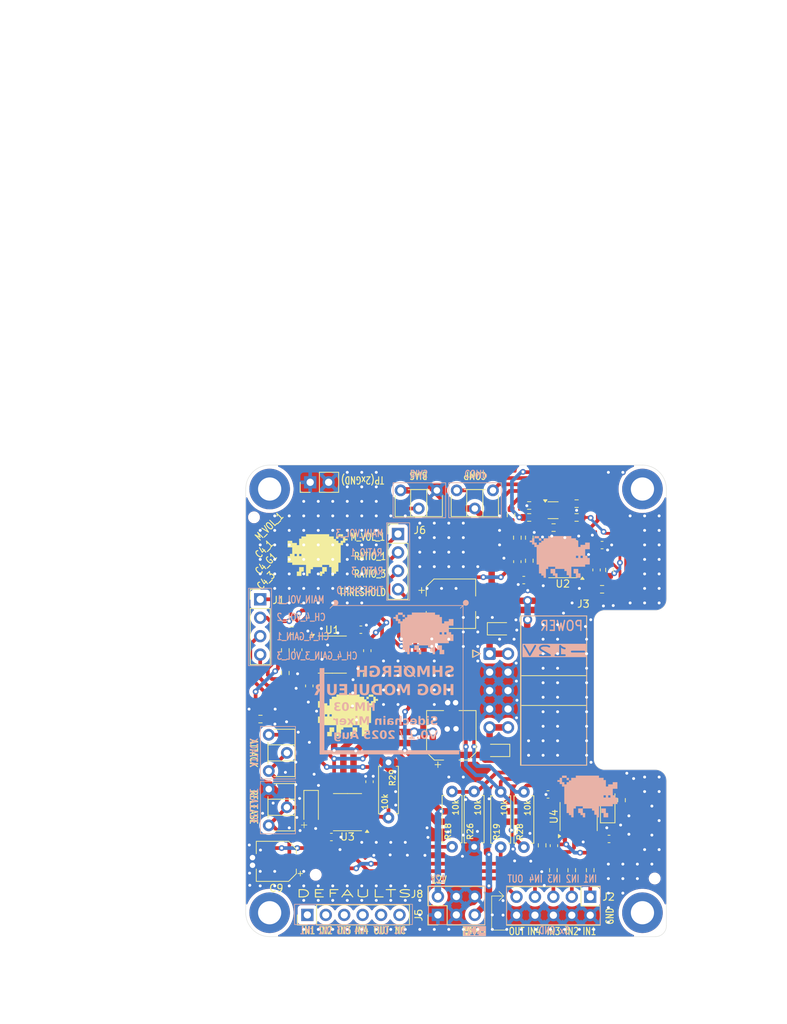
<source format=kicad_pcb>
(kicad_pcb (version 20241229) (generator "pcbnew") (generator_version "9.0")
  (layers (0 "F.Cu" signal) (2 "B.Cu" signal) (13 "F.Paste" user) (15 "B.Paste" user) (5 "F.SilkS" user "F.Silkscreen") (7 "B.SilkS" user "B.Silkscreen") (1 "F.Mask" user) (3 "B.Mask" user) (25 "Edge.Cuts" user))
  (net 0 "")
  (net 1 "GND")
  (net 2 "+12V")
  (net 3 "-12V")
  (net 4 "Net-(U3B--)")
  (net 5 "Net-(C10-Pad2)")
  (net 6 "Net-(U4A--)")
  (net 7 "Net-(U2B--)")
  (net 8 "Net-(C11-Pad2)")
  (net 9 "MAIN_VOL_1")
  (net 10 "MAIN_VOL_3")
  (net 11 "Net-(U1A--)")
  (net 12 "Net-(C13-Pad2)")
  (net 13 "Net-(U2A--)")
  (net 14 "Net-(D6-A)")
  (net 15 "Net-(D7-K)")
  (net 22 "Net-(C14-Pad2)")
  (net 23 "RATIO_3")
  (net 24 "Net-(D1-A)")
  (net 25 "Net-(D2-A)")
  (net 26 "Net-(D2-K)")
  (net 27 "CH_4_GAIN_1")
  (net 28 "CH_4_VOL_2")
  (net 29 "CH_4_GAIN_3_VOL_3")
  (net 30 "RATIO_1")
  (net 31 "THRESHOLD")
  (net 32 "OUT")
  (net 33 "IN_2")
  (net 34 "IN_3")
  (net 35 "IN_4")
  (net 36 "IN_1")
  (net 37 "Net-(Q1A-B1)")
  (net 38 "Net-(Q1A-E1)")
  (net 39 "Net-(Q1B-C2)")
  (net 40 "Net-(Q1A-C1)")
  (net 41 "Net-(R2-Pad2)")
  (net 42 "Net-(R3-Pad2)")
  (net 43 "Net-(R14-Pad1)")
  (net 44 "Net-(U4B-+)")
  (net 45 "Net-(U2B-+)")
  (footprint "Resistor_SMD:R_0603_1608Metric" (layer "F.Cu") (at 164.8712 141.409 90)
    (property "Reference" "R4")
    (property "Value" "100k")
  )
  (footprint "Capacitor_SMD:C_0603_1608Metric" (layer "F.Cu") (at 174.0914 140.5312 180)
    (property "Reference" "C8")
    (property "Value" "100n")
  )
  (footprint "Capacitor_SMD:CP_Elec_6.3x7.7" (layer "F.Cu") (at 152.2956 108.1096)
    (property "Reference" "C24")
    (property "Value" "100u")
  )
  (footprint "Shmoergh_Logo:Gyeszno" (layer "F.Cu") (at 133.906 101.404)
    (property "Reference" "G***" (hide yes))
    (property "Value" "LOGO" (hide yes))
  )
  (footprint "Shmoergh_Custom_Footprints:R_Axial_DIN0207_L6.3mm_D2.5mm_P7.62mm_Horizontal" (layer "F.Cu") (at 159.1536 141.663 90)
    (property "Reference" "R19")
    (property "Value" "10k")
  )
  (footprint "Capacitor_SMD:C_0603_1608Metric" (layer "F.Cu") (at 141.07 132.646 -90)
    (property "Reference" "C4")
    (property "Value" "100n")
  )
  (footprint "Connector_PinHeader_2.54mm:PinHeader_1x06_P2.54mm_Vertical" (layer "F.Cu") (at 132.5 151 90)
    (property "Reference" "J8")
    (property "Value" "Conn_01x06")
  )
  (footprint "Resistor_SMD:R_0603_1608Metric" (layer "F.Cu") (at 168.958 144.838 90)
    (property "Reference" "R5")
    (property "Value" "100k")
  )
  (footprint "Diode_SMD:D_SOD-123" (layer "F.Cu") (at 133.017 136.202 -90)
    (property "Reference" "D2")
    (property "Value" "1N4148")
  )
  (footprint "Shmoergh_Logo:Gyeszno" (layer "F.Cu") (at 138.097 123.502)
    (property "Reference" "G***" (hide yes))
    (property "Value" "LOGO" (hide yes))
  )
  (footprint "Connector_PinHeader_2.54mm:PinHeader_2x03_P2.54mm_Vertical" (layer "F.Cu") (at 150.5 151 90)
    (property "Reference" "J5")
    (property "Value" "Conn_02x03_Odd_Even")
  )
  (footprint "Capacitor_SMD:CP_Elec_6.3x7.7" (layer "F.Cu") (at 152.3464 126.2452 90)
    (property "Reference" "C23")
    (property "Value" "100u")
  )
  (footprint "MountingHole:ToolingHole_1.152mm" (layer "F.Cu") (at 125.143 96.197)
    (property "Reference" "REF**" (hide yes))
    (property "Value" "ToolingHole_1.152mm")
  )
  (footprint "Resistor_SMD:R_0603_1608Metric" (layer "F.Cu") (at 174.1497 103.4518 -90)
    (property "Reference" "R13")
    (property "Value" "33k")
  )
  (footprint "Package_TO_SOT_SMD:SOT-363_SC-70-6" (layer "F.Cu") (at 166.3817 95.2168)
    (property "Reference" "Q1")
    (property "Value" "BC847BS")
  )
  (footprint "MountingHole:MountingHole_3.2mm_M3_DIN965_Pad" (layer "F.Cu") (at 178.7 150.7)
    (property "Reference" "H2")
    (property "Value" "MountingHole")
  )
  (footprint "Resistor_SMD:R_0603_1608Metric" (layer "F.Cu") (at 175.816 135.186 90)
    (property "Reference" "R15")
    (property "Value" "200k")
  )
  (footprint "Resistor_SMD:R_0603_1608Metric" (layer "F.Cu") (at 169.6227 96.2178 180)
    (property "Reference" "R12")
    (property "Value" "10k")
  )
  (footprint "Capacitor_SMD:C_0603_1608Metric" (layer "F.Cu") (at 173.1337 100.0228 180)
    (property "Reference" "C6")
    (property "Value" "100n")
  )
  (footprint "Resistor_SMD:R_0603_1608Metric" (layer "F.Cu") (at 160.5803 95.8922 -90)
    (property "Reference" "R21")
    (property "Value" "10k")
  )
  (footprint "Shmoergh_Custom_Footprints:R_Axial_DIN0207_L6.3mm_D2.5mm_P7.62mm_Horizontal" (layer "F.Cu") (at 152.448 141.6122 90)
    (property "Reference" "R18")
    (property "Value" "10k")
  )
  (footprint "Package_SO:SOIC-8_3.9x4.9mm_P1.27mm" (layer "F.Cu") (at 135.938 115.12)
    (property "Reference" "U1")
    (property "Value" "TL072")
  )
  (footprint "Resistor_SMD:R_0603_1608Metric" (layer "F.Cu") (at 166.418 144.838 90)
    (property "Reference" "R6")
    (property "Value" "100k")
  )
  (footprint "Diode_SMD:D_SOD-123" (layer "F.Cu") (at 173.911 135.948 90)
    (property "Reference" "D1")
    (property "Value" "1N4148")
  )
  (footprint "Package_SO:SOIC-8_3.9x4.9mm_P1.27mm" (layer "F.Cu") (at 138.035 136.837 180)
    (property "Reference" "U3")
    (property "Value" "TL072")
  )
  (footprint "Resistor_SMD:R_0603_1608Metric" (layer "F.Cu") (at 130.35 111.818)
    (property "Reference" "R10")
    (property "Value" "100k")
  )
  (footprint "MountingHole:MountingHole_3.2mm_M3_DIN965_Pad" (layer "F.Cu") (at 127.3 92.3)
    (property "Reference" "H1")
    (property "Value" "MountingHole")
  )
  (footprint "Capacitor_SMD:C_0603_1608Metric_Pad1.08x0.95mm_HandSolder" (layer "F.Cu") (at 140.764 114.5855 90)
    (property "Reference" "C12")
    (property "Value" "47p")
  )
  (footprint "Resistor_SMD:R_0603_1608Metric" (layer "F.Cu") (at 161.4497 99.0068 -90)
    (property "Reference" "R22")
    (property "Value" "10k")
  )
  (footprint "Resistor_SMD:R_0603_1608Metric" (layer "F.Cu") (at 163.0827 94.5668)
    (property "Reference" "R8")
    (property "Value" "220")
  )
  (footprint "Connector_PinHeader_2.54mm:PinHeader_2x05_P2.54mm_Vertical" (layer "F.Cu") (at 171.5 148.5 -90)
    (property "Reference" "J2")
    (property "Value" "Conn_02x05_Odd_Even")
  )
  (footprint "Package_SO:SOIC-8_3.9x4.9mm_P1.27mm" (layer "F.Cu") (at 167.7177 101.9628 180)
    (property "Reference" "U2")
    (property "Value" "TL072")
  )
  (footprint "Resistor_SMD:R_0603_1608Metric" (layer "F.Cu") (at 173.1337 106.1188 180)
    (property "Reference" "R14")
    (property "Value" "200k")
  )
  (footprint "Shmoergh_Custom_Footprints:R_Axial_DIN0207_L6.3mm_D2.5mm_P7.62mm_Horizontal" (layer "F.Cu") (at 162.354 141.663 90)
    (property "Reference" "R28")
    (property "Value" "10k")
  )
  (footprint "Shmoergh_Custom_Footprints:R_Axial_DIN0207_L6.3mm_D2.5mm_P7.62mm_Horizontal" (layer "F.Cu") (at 155.496 141.6122 90)
    (property "Reference" "R26")
    (property "Value" "10k")
  )
  (footprint "Diode_SMD:D_SOD-323" (layer "F.Cu") (at 158.798 128.328 180)
    (property "Reference" "D6")
    (property "Value" "1N5817")
  )
  (footprint "Package_SO:SOIC-8_3.9x4.9mm_P1.27mm" (layer "F.Cu") (at 169.9004 137.4466 90)
    (property "Reference" "U4")
    (property "Value" "TL072")
  )
  (footprint "Connector_PinHeader_2.54mm:PinHeader_1x02_P2.54mm_Vertical" (layer "F.Cu") (at 132.89 91.371 90)
    (property "Reference" "J4")
    (property "Value" "Conn_01x02")
  )
  (footprint "Potentiometer_THT:Potentiometer_ACP_CA6-H2,5_Horizontal" (layer "F.Cu") (at 158.0868 92.484 -90)
    (property "Reference" "RV_COMP1")
    (property "Value" "10k")
  )
  (footprint "Resistor_SMD:R_0603_1608Metric" (layer "F.Cu") (at 129.461 117.66 90)
    (property "Reference" "R16")
    (property "Value" "100k")
  )
  (footprint "Capacitor_SMD:C_0603_1608Metric" (layer "F.Cu") (at 139.875 111.691)
    (property "Reference" "C1")
    (property "Value" "100n")
  )
  (footprint "Capacitor_SMD:C_0603_1608Metric" (layer "F.Cu") (at 132.763 119.438 90)
    (property "Reference" "C2")
    (property "Value" "100n")
  )
  (footprint "Capacitor_SMD:C_0603_1608Metric" (layer "F.Cu") (at 162.3387 104.8488 180)
    (property "Reference" "C5")
    (property "Value" "100n")
  )
  (footprint "Capacitor_SMD:CP_Elec_5x5.4" (layer "F.Cu") (at 128.2164 143.6188 180)
    (property "Reference" "C9")
    (property "Value" "10u")
  )
  (footprint "Resistor_SMD:R_0603_1608Metric" (layer "F.Cu") (at 163.1007 102.1818 -90)
    (property "Reference" "R23")
    (property "Value" "470k")
  )
  (footprint "Resistor_SMD:R_0603_1608Metric" (layer "F.Cu") (at 129.461 114.5225 90)
    (property "Reference" "R17")
    (property "Value" "100k")
  )
  (footprint "MountingHole:MountingHole_3.2mm_M3_DIN965_Pad" (layer "F.Cu") (at 178.7 92.3)
    (property "Reference" "H4")
    (property "Value" "MountingHole")
  )
  (footprint "MountingHole:ToolingHole_1.152mm" (layer "F.Cu") (at 133.652 145.473)
    (property "Reference" "REF**" (hide yes))
    (property "Value" "ToolingHole_1.152mm")
  )
  (footprint "Resistor_SMD:R_0603_1608Metric" (layer "F.Cu") (at 126.032 124.01 180)
    (property "Reference" "R11")
    (property "Value" "1k")
  )
  (footprint "Diode_SMD:D_SOD-323" (layer "F.Cu") (at 158.925 111.564)
    (property "Reference" "D7")
    (property "Value" "1N5817")
  )
  (footprint "Connector_IDC:IDC-Header_2x05_P2.54mm_Horizontal" (layer "F.Cu") (at 157.6245 115)
    (property "Reference" "J3")
    (property "Value" "Conn_02x05_Odd_Even")
  )
  (footprint "Resistor_SMD:R_0603_1608Metric" (layer "F.Cu") (at 169.6227 94.3128)
    (property "Reference" "R2")
    (property "Value" "100k")
  )
  (footprint "Resistor_SMD:R_0603_1608Metric" (layer "F.Cu") (at 166.4477 97.6148)
    (property "Reference" "R3")
    (property "Value" "100k")
  )
  (footprint "Capacitor_SMD:C_0603_1608Metric" (layer "F.Cu") (at 165.684 134.3986 180)
    (property "Reference" "C7")
    (property "Value" "100n")
  )
  (footprint "Resistor_SMD:R_0603_1608Metric" (layer "F.Cu") (at 163.0827 96.2178)
    (property "Reference" "R7")
    (property "Value" "100k")
  )
  (footprint "Potentiometer_THT:Potentiometer_ACP_CA6-H2,5_Horizontal" (layer "F.Cu") (at 127.175 133.662)
    (property "Reference" "RV_RELEASE1")
    (property "Value" "10-100k")
  )
  (footprint "Potentiometer_THT:Potentiometer_ACP_CA6-H2,5_Horizontal" (layer "F.Cu") (at 127.175 126.169)
    (property "Reference" "RV_ATTACK1")
    (property "Value" "10-100k")
  )
  (footprint "Capacitor_SMD:C_0603_1608Metric_Pad1.08x0.95mm_HandSolder" (layer "F.Cu") (at 172.3717 103.4518 -90)
    (property "Reference" "C14")
    (property "Value" "47p")
  )
  (footprint "MountingHole:MountingHole_3.2mm_M3_DIN965_Pad" (layer "F.Cu") (at 127.3 150.7)
    (property "Reference" "H3")
    (property "Value" "MountingHole")
  )
  (footprint "Capacitor_SMD:C_0603_1608Metric_Pad1.08x0.95mm_HandSolder" (layer "F.Cu") (at 161.4497 102.3088 -90)
    (property "Reference" "C11")
    (property "Value" "47p")
  )
  (footprint "MountingHole:ToolingHole_1.152mm" (layer "F.Cu") (at 180.388 145.981)
    (property "Reference" "REF**" (hide yes))
    (property "Value" "ToolingHole_1.152mm")
  )
  (footprint "Capacitor_SMD:C_0603_1608Metric" (layer "F.Cu") (at 135.811 140.266)
    (property "Reference" "C3")
    (property "Value" "100n")
  )
  (footprint "Connector_PinHeader_2.54mm:PinHeader_1x04_P2.54mm_Vertical" (layer "F.Cu") (at 126 107.5)
    (property "Reference" "J1")
    (property "Value" "Conn_01x04")
  )
  (footprint "Capacitor_SMD:C_0603_1608Metric_Pad1.08x0.95mm_HandSolder" (layer "F.Cu") (at 166.4968 141.4598 90)
    (property "Reference" "C10")
    (property "Value" "47p")
  )
  (footprint "Shmoergh_Custom_Footprints:R_Axial_DIN0207_L6.3mm_D2.5mm_P7.62mm_Horizontal" (layer "F.Cu") (at 143.685 129.979 -90)
    (property "Reference" "R29")
    (property "Value" "10k")
  )
  (footprint "Resistor_SMD:R_0603_1608Metric" (layer "F.Cu") (at 163.1007 99.0068 -90)
    (property "Reference" "R24")
    (property "Value" "470k")
  )
  (footprint "Connector_PinHeader_2.54mm:PinHeader_1x04_P2.54mm_Vertical" (layer "F.Cu") (at 145 98.5)
    (property "Reference" "J6")
    (property "Value" "Conn_01x04")
  )
  (footprint "Resistor_SMD:R_0603_1608Metric" (layer "F.Cu") (at 140.764 117.914 90)
    (property "Reference" "R9")
    (property "Value" "100k")
  )
  (footprint "Capacitor_SMD:C_0603_1608Metric_Pad1.08x0.95mm_HandSolder" (layer "F.Cu") (at 131.239 114.4585 90)
    (property "Reference" "C13")
    (property "Value" "47p")
  )
  (footprint "Resistor_SMD:R_0603_1608Metric" (layer "F.Cu") (at 171.498 144.838 90)
    (property "Reference" "R1")
    (property "Value" "100k")
  )
  (footprint "Potentiometer_THT:Potentiometer_ACP_CA6-H2,5_Horizontal" (layer "F.Cu") (at 150.3544 92.484 -90)
    (property "Reference" "RV_BIAS1")
    (property "Value" "100k")
  )
  (footprint "Shmoergh_Logo:Gyeszno" (layer "B.Cu") (at 148.511 112.199 180)
    (property "Reference" "G***" (hide yes))
    (property "Value" "LOGO" (hide yes))
  )
  (footprint "Shmoergh_Logo:Gyeszno" (layer "B.Cu") (at 167.307 101.658 180)
    (property "Reference" "G***" (hide yes))
    (property "Value" "LOGO" (hide yes))
  )
  (footprint "Shmoergh_Logo:Gyeszno" (layer "B.Cu") (at 171.117 134.678 180)
    (property "Reference" "G***" (hide yes))
    (property "Value" "LOGO" (hide yes))
  )
  (gr_line (start 158.925 147.759) (end 159.56 148.394) (stroke (width 0.1)) (layer "F.SilkS"))
  (gr_line (start 157.909 153.093) (end 160.068 153.093) (stroke (width 0.1)) (layer "F.SilkS"))
  (gr_line (start 159.56 148.394) (end 157.909 148.394) (stroke (width 0.1)) (layer "F.SilkS"))
  (gr_line (start 159.56 148.394) (end 158.925 149.029) (stroke (width 0.1)) (layer "F.SilkS"))
  (gr_line (start 157.909 148.394) (end 157.909 153.093) (stroke (width 0.1)) (layer "F.SilkS"))
  (gr_rect (start 149.2095 146.997) (end 156.9565 152.331) (stroke (width 0.1)) (fill no) (layer "B.SilkS"))
  (gr_rect (start 124.381 105.976) (end 127.556 116.644) (stroke (width 0.1)) (fill no) (layer "B.SilkS"))
  (gr_rect (start 161.973 109.786) (end 170.99 130.36) (stroke (width 0.1)) (fill no) (layer "B.SilkS"))
  (gr_line (start 155.369 115.501) (end 155.369 114.485) (stroke (width 0.1)) (layer "B.SilkS"))
  (gr_rect (start 152.0035 91.4345) (end 159.2425 96.2605) (stroke (width 0.1)) (fill no) (layer "B.SilkS"))
  (gr_line (start 153.597 108.73475) (end 154.347 107.98475) (stroke (width 0.1)) (layer "B.SilkS"))
  (gr_line (start 153.972 128.35725) (end 134.795 128.35725) (stroke (width 0.1)) (layer "B.SilkS"))
  (gr_line (start 156.385 114.993) (end 155.369 115.501) (stroke (width 0.1)) (layer "B.SilkS"))
  (gr_circle (center 136.375 107.98475) (end 136.125 107.73475) (stroke (width 0.1)) (fill yes) (layer "B.SilkS"))
  (gr_rect (start 126.032 132.5825) (end 130.858 139.8215) (stroke (width 0.1)) (fill no) (layer "B.SilkS"))
  (gr_rect (start 134.242 117.03) (end 134.742 128.831) (stroke (width 0.1)) (fill yes) (layer "B.SilkS"))
  (gr_circle (center 154.347 107.98475) (end 154.097 107.73475) (stroke (width 0.1)) (fill yes) (layer "B.SilkS"))
  (gr_line (start 153.972 108.35975) (end 153.972 128.35725) (stroke (width 0.1)) (layer "B.SilkS"))
  (gr_line (start 153.972 108.35975) (end 136 108.35975) (stroke (width 0.1)) (layer "B.SilkS"))
  (gr_rect (start 130.731 149.537) (end 146.987 152.331) (stroke (width 0.1)) (fill no) (layer "B.SilkS"))
  (gr_rect (start 159.941 146.997) (end 172.895 152.331) (stroke (width 0.1)) (fill no) (layer "B.SilkS"))
  (gr_line (start 155.369 114.485) (end 156.385 114.993) (stroke (width 0.1)) (layer "B.SilkS"))
  (gr_rect (start 126.032 125.026) (end 130.858 132.265) (stroke (width 0.1)) (fill no) (layer "B.SilkS"))
  (gr_line (start 135.625 108.73475) (end 136.375 107.98475) (stroke (width 0.1)) (layer "B.SilkS"))
  (gr_rect (start 134.242 128.35725) (end 153.381 128.831) (stroke (width 0.1)) (fill yes) (layer "B.SilkS"))
  (gr_rect (start 144.32 91.4345) (end 151.559 96.2605) (stroke (width 0.1)) (fill no) (layer "B.SilkS"))
  (gr_line (start 134.795 128.35725) (end 134.795 117) (stroke (width 0.1)) (layer "B.SilkS"))
  (gr_rect (start 143.431 96.959) (end 146.606 107.627) (stroke (width 0.1)) (fill no) (layer "B.SilkS"))
  (gr_line (start 173.5 109) (end 180.5 109) (stroke (width 0.05)) (layer "Edge.Cuts"))
  (gr_line (start 127.3 89) (end 178.7 89) (stroke (width 0.05)) (layer "Edge.Cuts"))
  (gr_arc (start 178.7 89) (mid 181.033452 89.966548) (end 182 92.3) (stroke (width 0.05)) (layer "Edge.Cuts"))
  (gr_arc (start 172 110.5) (mid 172.43934 109.43934) (end 173.5 109) (stroke (width 0.05)) (layer "Edge.Cuts"))
  (gr_line (start 172 129.5) (end 172 110.5) (stroke (width 0.05)) (layer "Edge.Cuts"))
  (gr_line (start 180.5 131) (end 173.5 131) (stroke (width 0.05)) (layer "Edge.Cuts"))
  (gr_arc (start 127.3 154) (mid 124.966548 153.033452) (end 124 150.7) (stroke (width 0.05)) (layer "Edge.Cuts"))
  (gr_line (start 180.5 154) (end 127.3 154) (stroke (width 0.05)) (layer "Edge.Cuts"))
  (gr_arc (start 124 92.3) (mid 124.966548 89.966548) (end 127.3 89) (stroke (width 0.05)) (layer "Edge.Cuts"))
  (gr_arc (start 182 152.5) (mid 181.56066 153.56066) (end 180.5 154) (stroke (width 0.05)) (layer "Edge.Cuts"))
  (gr_line (start 124 92.3) (end 124 150.7) (stroke (width 0.05)) (layer "Edge.Cuts"))
  (gr_arc (start 180.5 131) (mid 181.56066 131.43934) (end 182 132.5) (stroke (width 0.05)) (layer "Edge.Cuts"))
  (gr_arc (start 173.5 131) (mid 172.43934 130.56066) (end 172 129.5) (stroke (width 0.05)) (layer "Edge.Cuts"))
  (gr_line (start 182 132.5) (end 182 152.5) (stroke (width 0.05)) (layer "Edge.Cuts"))
  (gr_arc (start 182 107.5) (mid 181.56066 108.56066) (end 180.5 109) (stroke (width 0.05)) (layer "Edge.Cuts"))
  (gr_line (start 182 92.3) (end 182 107.5) (stroke (width 0.05)) (layer "Edge.Cuts"))
  (gr_text "+" (at 131.366 139.123 0) (layer "F.SilkS") (effects (font (size 1 1) (thickness 0.1)) (justify left bottom)))
  (gr_text "IN3" (at 165.402 153.855 0) (layer "F.SilkS") (effects (font (size 1 0.75) (thickness 0.15) (bold yes)) (justify left bottom)))
  (gr_text "IN3" (at 136.573 153.728 0) (layer "F.SilkS") (effects (font (size 1 0.75) (thickness 0.15) (bold yes)) (justify left bottom)))
  (gr_text "THRESHOLD" (at 143.431 107.119 0) (layer "F.SilkS") (effects (font (size 1 0.75) (thickness 0.15) (bold yes)) (justify right bottom)))
  (gr_text "RATIO_1" (at 143.431 102.166 0) (layer "F.SilkS") (effects (font (size 1 0.75) (thickness 0.15) (bold yes)) (justify right bottom)))
  (gr_text "IN1" (at 131.62 153.728 0) (layer "F.SilkS") (effects (font (size 1 0.75) (thickness 0.15) (bold yes)) (justify left bottom)))
  (gr_text "C4_G1" (at 125.905 104.325 45) (layer "F.SilkS") (effects (font (size 1 0.75) (thickness 0.15) (bold yes)) (justify left bottom)))
  (gr_text "DEFAULTS" (at 130.731 148.648 0) (layer "F.SilkS") (effects (font (size 1 2.25) (thickness 0.15) (bold yes)) (justify left bottom)))
  (gr_text "COMP" (at 157.274 89.847 180) (layer "F.SilkS") (effects (font (size 1 0.75) (thickness 0.15) (bold yes)) (justify left bottom)))
  (gr_text "IN1" (at 170.355 153.855 0) (layer "F.SilkS") (effects (font (size 1 0.75) (thickness 0.15) (bold yes)) (justify left bottom)))
  (gr_text "OUT" (at 141.526 153.728 0) (layer "F.SilkS") (effects (font (size 1 0.75) (thickness 0.15) (bold yes)) (justify left bottom)))
  (gr_text "ATTACK" (at 124.508 126.677 270) (layer "F.SilkS") (effects (font (size 1 0.75) (thickness 0.15) (bold yes)) (justify left bottom)))
  (gr_text "TP(2xGND)" (at 143.177 90.482 180) (layer "F.SilkS") (effects (font (size 1 0.75) (thickness 0.15) (bold yes)) (justify left bottom)))
  (gr_text "NC" (at 144.447 153.728 0) (layer "F.SilkS") (effects (font (size 1 0.75) (thickness 0.15) (bold yes)) (justify left bottom)))
  (gr_text "IN4" (at 138.986 153.728 0) (layer "F.SilkS") (effects (font (size 1 0.75) (thickness 0.15) (bold yes)) (justify left bottom)))
  (gr_text "12V" (at 149.527 146.743 0) (layer "F.SilkS") (effects (font (size 1 0.75) (thickness 0.15) (bold yes)) (justify left bottom)))
  (gr_text "OUT" (at 160.195 153.855 0) (layer "F.SilkS") (effects (font (size 1 0.75) (thickness 0.15) (bold yes)) (justify left bottom)))
  (gr_text "+" (at 172.26 134.043 0) (layer "F.SilkS") (effects (font (size 1 1) (thickness 0.1)) (justify left bottom)))
  (gr_text "M_VOL_1" (at 125.905 99.626 45) (layer "F.SilkS") (effects (font (size 1 0.75) (thickness 0.15) (bold yes)) (justify left bottom)))
  (gr_text "IN2" (at 167.942 153.855 0) (layer "F.SilkS") (effects (font (size 1 0.75) (thickness 0.15) (bold yes)) (justify left bottom)))
  (gr_text "IN2" (at 134.033 153.728 0) (layer "F.SilkS") (effects (font (size 1 0.75) (thickness 0.15) (bold yes)) (justify left bottom)))
  (gr_text "C4_3" (at 126.159 106.374 45) (layer "F.SilkS") (effects (font (size 1 0.75) (thickness 0.15) (bold yes)) (justify left bottom)))
  (gr_text "RELEASE" (at 124.508 133.662 270) (layer "F.SilkS") (effects (font (size 1 0.75) (thickness 0.15) (bold yes)) (justify left bottom)))
  (gr_text "C4_1" (at 125.905 102.039 45) (layer "F.SilkS") (effects (font (size 1 0.75) (thickness 0.15) (bold yes)) (justify left bottom)))
  (gr_text "-12V" (at 153.845 153.855 0) (layer "F.SilkS" knockout) (effects (font (size 1 0.75) (thickness 0.15) (bold yes)) (justify left bottom)))
  (gr_text "GND" (at 174.8 152.42 90) (layer "F.SilkS") (effects (font (size 1 0.75) (thickness 0.15) (bold yes)) (justify left bottom)))
  (gr_text "BIAS" (at 149.146 89.847 180) (layer "F.SilkS") (effects (font (size 1 0.75) (thickness 0.15) (bold yes)) (justify left bottom)))
  (gr_text "RATIO_3" (at 143.431 104.579 0) (layer "F.SilkS") (effects (font (size 1 0.75) (thickness 0.15) (bold yes)) (justify right bottom)))
  (gr_text "IN4" (at 162.735 153.855 0) (layer "F.SilkS") (effects (font (size 1 0.75) (thickness 0.15) (bold yes)) (justify left bottom)))
  (gr_text "M_VOL_1" (at 143.304 99.499 0) (layer "F.SilkS") (effects (font (size 1 0.75) (thickness 0.15) (bold yes)) (justify right bottom)))
  (gr_text "OUT" (at 142.669 153.728 0) (layer "B.SilkS") (effects (font (size 1 0.75) (thickness 0.15) (bold yes)) (justify bottom mirror)))
  (gr_text "ATTACK" (at 124.508 128.582 270) (layer "B.SilkS") (effects (font (size 1 0.75) (thickness 0.15) (bold yes)) (justify bottom mirror)))
  (gr_text "SHMØERGH \nHOG MODULEUR" (at 152.829 120.962 0) (layer "B.SilkS") (effects (font (size 1.5 1.5) (thickness 0.28) (bold yes)) (justify left bottom mirror)))
  (gr_text "RATIO_3" (at 143.05 104.198 0) (layer "B.SilkS") (effects (font (size 1 0.75) (thickness 0.15) (bold yes)) (justify left bottom mirror)))
  (gr_text "NC" (at 145.209 153.728 0) (layer "B.SilkS") (effects (font (size 1 0.75) (thickness 0.15) (bold yes)) (justify bottom mirror)))
  (gr_text "RELEASE" (at 124.508 135.948 270) (layer "B.SilkS") (effects (font (size 1 0.75) (thickness 0.15) (bold yes)) (justify bottom mirror)))
  (gr_text "IN4" (at 139.875 153.728 0) (layer "B.SilkS") (effects (font (size 1 0.75) (thickness 0.15) (bold yes)) (justify bottom mirror)))
  (gr_text "-12V" (at 155.623 153.855 0) (layer "B.SilkS" knockout) (effects (font (size 1 0.75) (thickness 0.15) (bold yes)) (justify bottom mirror)))
  (gr_text "RATIO_1" (at 142.923 101.658 0) (layer "B.SilkS") (effects (font (size 1 0.75) (thickness 0.15) (bold yes)) (justify left bottom mirror)))
  (gr_text "MAIN_VOL_1" (at 128.191 108.135 0) (layer "B.SilkS") (effects (font (size 1 0.75) (thickness 0.15) (bold yes)) (justify right bottom mirror)))
  (gr_text "5x GND" (at 168.704 153.728 0) (layer "B.SilkS") (effects (font (size 1 0.75) (thickness 0.15) (bold yes)) (justify left bottom mirror)))
  (gr_text "MAIN_VOL_3" (at 143.05 98.991 0) (layer "B.SilkS") (effects (font (size 1 0.75) (thickness 0.15) (bold yes)) (justify left bottom mirror)))
  (gr_text "BIAS" (at 147.876 89.593 180) (layer "B.SilkS") (effects (font (size 1 0.75) (thickness 0.15) (bold yes)) (justify bottom mirror)))
  (gr_text "12V" (at 150.543 146.616 0) (layer "B.SilkS") (effects (font (size 1 0.75) (thickness 0.15) (bold yes)) (justify bottom mirror)))
  (gr_text "IN3" (at 137.462 153.728 0) (layer "B.SilkS") (effects (font (size 1 0.75) (thickness 0.15) (bold yes)) (justify bottom mirror)))
  (gr_text "HM-03\nSidechain Mixer\nV0.1 / 2025 Aug" (at 136.065 126.931 0) (layer "B.SilkS") (effects (font (size 1.15 1.15) (thickness 0.2) (bold yes)) (justify right bottom mirror)))
  (gr_text "THRESHOLD" (at 143.05 106.865 0) (layer "B.SilkS") (effects (font (size 1 0.75) (thickness 0.15) (bold yes)) (justify left bottom mirror)))
  (gr_text "IN4" (at 165.021 146.616 0) (layer "B.SilkS") (effects (font (size 1 0.75) (thickness 0.15) (bold yes)) (justify left bottom mirror)))
  (gr_text "IN3" (at 167.561 146.616 0) (layer "B.SilkS") (effects (font (size 1 0.75) (thickness 0.15) (bold yes)) (justify left bottom mirror)))
  (gr_text "IN1" (at 132.382 153.728 0) (layer "B.SilkS") (effects (font (size 1 0.75) (thickness 0.15) (bold yes)) (justify bottom mirror)))
  (gr_text "IN2" (at 170.101 146.616 0) (layer "B.SilkS") (effects (font (size 1 0.75) (thickness 0.15) (bold yes)) (justify left bottom mirror)))
  (gr_text "CH_4_GAIN_3_VOL_3\n" (at 128.191 115.882 0) (layer "B.SilkS") (effects (font (size 1 0.75) (thickness 0.15) (bold yes)) (justify right bottom mirror)))
  (gr_text "IN1" (at 172.514 146.616 0) (layer "B.SilkS") (effects (font (size 1 0.75) (thickness 0.15) (bold yes)) (justify left bottom mirror)))
  (gr_text "IN2" (at 134.922 153.728 0) (layer "B.SilkS") (effects (font (size 1 0.75) (thickness 0.15) (bold yes)) (justify bottom mirror)))
  (gr_text "OUT" (at 162.354 146.616 0) (layer "B.SilkS") (effects (font (size 1 0.75) (thickness 0.15) (bold yes)) (justify left bottom mirror)))
  (gr_text "COMP" (at 155.75 89.593 180) (layer "B.SilkS") (effects (font (size 1 0.75) (thickness 0.15) (bold yes)) (justify bottom mirror)))
  (gr_text "CH_4_VOL_2" (at 128.191 110.548 0) (layer "B.SilkS") (effects (font (size 1 0.75) (thickness 0.15) (bold yes)) (justify right bottom mirror)))
  (gr_text "-12V" (at 171.371 115.374 0) (layer "B.SilkS" knockout) (effects (font (size 1.3 2.25) (thickness 0.25) (bold yes)) (justify left bottom mirror)))
  (gr_text "CH_4_GAIN_1" (at 128.191 113.215 0) (layer "B.SilkS") (effects (font (size 1 0.75) (thickness 0.15) (bold yes)) (justify right bottom mirror)))
  (gr_text "POWER" (at 170.609 111.945 0) (layer "B.SilkS") (effects (font (size 1.35 1.15) (thickness 0.2) (bold yes)) (justify left bottom mirror)))
  (segment (start 167.3317 95.2168) (end 169.6077 95.2168) (width 0.381) (layer "F.Cu") (net 1))
  (segment (start 169.6077 95.2168) (end 169.6227 95.2318) (width 0.381) (layer "F.Cu") (net 1))
  (via (at 144.574 131.249) (size 0.8) (drill 0.4) (layers "F.Cu" "B.Cu") (net 1))
  (via (at 142 147) (size 0.8) (drill 0.4) (layers "F.Cu" "B.Cu") (net 1))
  (via (at 179 134) (size 0.8) (drill 0.4) (layers "F.Cu" "B.Cu") (net 1))
  (via (at 150 153) (size 0.8) (drill 0.4) (layers "F.Cu" "B.Cu") (net 1))
  (via (at 143 122) (size 0.8) (drill 0.4) (layers "F.Cu" "B.Cu") (net 1))
  (via (at 159.601661 101.830816) (size 0.8) (drill 0.4) (layers "F.Cu" "B.Cu") (net 1))
  (via (at 160 153) (size 0.8) (drill 0.4) (layers "F.Cu" "B.Cu") (net 1))
  (via (at 132 108) (size 0.8) (drill 0.4) (layers "F.Cu" "B.Cu") (net 1))
  (via (at 141.578709 131.888715) (size 0.8) (drill 0.4) (layers "F.Cu" "B.Cu") (net 1))
  (via (at 130 108) (size 0.8) (drill 0.4) (layers "F.Cu" "B.Cu") (net 1))
  (via (at 134 149) (size 0.8) (drill 0.4) (layers "F.Cu" "B.Cu") (net 1))
  (via (at 130 96) (size 0.8) (drill 0.4) (layers "F.Cu" "B.Cu") (net 1))
  (via (at 179 100) (size 0.8) (drill 0.4) (layers "F.Cu" "B.Cu") (net 1))
  (via (at 134 100) (size 0.8) (drill 0.4) (layers "F.Cu" "B.Cu") (net 1))
  (via (at 138 92) (size 0.8) (drill 0.4) (layers "F.Cu" "B.Cu") (net 1))
  (via (at 130 98) (size 0.8) (drill 0.4) (layers "F.Cu" "B.Cu") (net 1))
  (via (at 134 108) (size 0.8) (drill 0.4) (layers "F.Cu" "B.Cu") (net 1))
  (via (at 167.814094 109.403057) (size 0.8) (drill 0.4) (layers "F.Cu" "B.Cu") (net 1))
  (via (at 165.160442 146.942422) (size 0.8) (drill 0.4) (layers "F.Cu" "B.Cu") (net 1))
  (via (at 173.891844 100.699528) (size 0.8) (drill 0.4) (layers "F.Cu" "B.Cu") (net 1))
  (via (at 161.317548 118.774024) (size 0.8) (drill 0.4) (layers "F.Cu" "B.Cu") (net 1))
  (via (at 144 141) (size 0.8) (drill 0.4) (layers "F.Cu" "B.Cu") (net 1))
  (via (at 152 153) (size 0.8) (drill 0.4) (layers "F.Cu" "B.Cu") (net 1))
  (via (at 142 100) (size 0.8) (drill 0.4) (layers "F.Cu" "B.Cu") (net 1))
  (via (at 181 138) (size 0.8) (drill 0.4) (layers "F.Cu" "B.Cu") (net 1))
  (via (at 140 102) (size 0.8) (drill 0.4) (layers "F.Cu" "B.Cu") (net 1))
  (via (at 177.482788 132.208051) (size 0.8) (drill 0.4) (layers "F.Cu" "B.Cu") (net 1))
  (via (at 174 152) (size 0.8) (drill 0.4) (layers "F.Cu" "B.Cu") (net 1))
  (via (at 167 125) (size 0.8) (drill 0.4) (layers "F.Cu" "B.Cu") (net 1))
  (via (at 138.728569 122.201029) (size 0.8) (drill 0.4) (layers "F.Cu" "B.Cu") (net 1))
  (via (at 138 106) (size 0.8) (drill 0.4) (layers "F.Cu" "B.Cu") (net 1))
  (via (at 150 122) (size 0.8) (drill 0.4) (layers "F.Cu" "B.Cu") (net 1))
  (via (at 140 90) (size 0.8) (drill 0.4) (layers "F.Cu" "B.Cu") (net 1))
  (via (at 132 149) (size 0.8) (drill 0.4) (layers "F.Cu" "B.Cu") (net 1))
  (via (at 162.886392 106.278377) (size 0.8) (drill 0.4) (layers "F.Cu" "B.Cu") (net 1))
  (via (at 152 118) (size 0.8) (drill 0.4) (layers "F.Cu" "B.Cu") (net 1))
  (via (at 138 98) (size 0.8) (drill 0.4) (layers "F.Cu" "B.Cu") (net 1))
  (via (at 176.545026 131.47415) (size 0.8) (drill 0.4) (layers "F.Cu" "B.Cu") (net 1))
  (via (at 142 149) (size 0.8) (drill 0.4) (layers "F.Cu" "B.Cu") (net 1))
  (via (at 138 104) (size 0.8) (drill 0.4) (layers "F.Cu" "B.Cu") (net 1))
  (via (at 124.495387 141.364838) (size 0.8) (drill 0.4) (layers "F.Cu" "B.Cu") (net 1))
  (via (at 138 100) (size 0.8) (drill 0.4) (layers "F.Cu" "B.Cu") (net 1))
  (via (at 132 147) (size 0.8) (drill 0.4) (layers "F.Cu" "B.Cu") (net 1))
  (via (at 130 102) (size 0.8) (drill 0.4) (layers "F.Cu" "B.Cu") (net 1))
  (via (at 138 90) (size 0.8) (drill 0.4) (layers "F.Cu" "B.Cu") (net 1))
  (via (at 176 146) (size 0.8) (drill 0.4) (layers "F.Cu" "B.Cu") (net 1))
  (via (at 165.019612 105.627402) (size 0.8) (drill 0.4) (layers "F.Cu" "B.Cu") (net 1))
  (via (at 177 96) (size 0.8) (drill 0.4) (layers "F.Cu" "B.Cu") (net 1))
  (via (at 152 97) (size 0.8) (drill 0.4) (layers "F.Cu" "B.Cu") (net 1))
  (via (at 167 127) (size 0.8) (drill 0.4) (layers "F.Cu" "B.Cu") (net 1))
  (via (at 149.132572 140.315554) (size 0.8) (drill 0.4) (layers "F.Cu" "B.Cu") (net 1))
  (via (at 165 129) (size 0.8) (drill 0.4) (layers "F.Cu" "B.Cu") (net 1))
  (via (at 140.534275 131.891782) (size 0.8) (drill 0.4) (layers "F.Cu" "B.Cu") (net 1))
  (via (at 151.846475 121.746093) (size 1.27) (drill 0.75) (layers "F.Cu" "B.Cu") (net 1))
  (via (at 152.993739 125.343291) (size 1.27) (drill 0.75) (layers "F.Cu" "B.Cu") (net 1))
  (via (at 128 145) (size 0.8) (drill 0.4) (layers "F.Cu" "B.Cu") (net 1))
  (via (at 155.951288 139.492369) (size 0.8) (drill 0.4) (layers "F.Cu" "B.Cu") (net 1))
  (via (at 132 94) (size 0.8) (drill 0.4) (layers "F.Cu" "B.Cu") (net 1))
  (via (at 148 149) (size 0.8) (drill 0.4) (layers "F.Cu" "B.Cu") (net 1))
  (via (at 163 129) (size 0.8) (drill 0.4) (layers "F.Cu" "B.Cu") (net 1))
  (via (at 124.936593 143.105807) (size 1.27) (drill 0.75) (layers "F.Cu" "B.Cu") (net 1))
  (via (at 154 103) (size 0.8) (drill 0.4) (layers "F.Cu" "B.Cu") (net 1))
  (via (at 126.032898 142.063707) (size 0.8) (drill 0.4) (layers "F.Cu" "B.Cu") (net 1))
  (via (at 131.428062 134.947883) (size 0.8) (drill 0.4) (layers "F.Cu" "B.Cu") (net 1))
  (via (at 152 132) (size 0.8) (drill 0.4) (layers "F.Cu" "B.Cu") (net 1))
  (via (at 167 115) (size 0.8) (drill 0.4) (layers "F.Cu" "B.Cu") (net 1))
  (via (at 156 114) (size 0.8) (drill 0.4) (layers "F.Cu" "B.Cu") (net 1))
  (via (at 181 100) (size 0.8) (drill 0.4) (layers "F.Cu" "B.Cu") (net 1))
  (via (at 173.317407 108.414105) (size 0.8) (drill 0.4) (layers "F.Cu" "B.Cu") (net 1))
  (via (at 135.299173 113.802754) (size 0.8) (drill 0.4) (layers "F.Cu" "B.Cu") (net 1))
  (via (at 160.845631 141.928689) (size 0.8) (drill 0.4) (layers "F.Cu" "B.Cu") (net 1))
  (via (at 136 94) (size 0.8) (drill 0.4) (layers "F.Cu" "B.Cu") (net 1))
  (via (at 152 120) (size 0.8) (drill 0.4) (layers "F.Cu" "B.Cu") (net 1))
  (via (at 154 132) (size 0.8) (drill 0.4) (layers "F.Cu" "B.Cu") (net 1))
  (via (at 170.846038 111.249675) (size 0.8) (drill 0.4) (layers "F.Cu" "B.Cu") (net 1))
  (via (at 165 111) (size 0.8) (drill 0.4) (layers "F.Cu" "B.Cu") (net 1))
  (via (at 143 116) (size 0.8) (drill 0.4) (layers "F.Cu" "B.Cu") (net 1))
  (via (at 134 102) (size 0.8) (drill 0.4) (layers "F.Cu" "B.Cu") (net 1))
  (via (at 134.033 133.154) (size 0.8) (drill 0.4) (layers "F.Cu" "B.Cu") (net 1))
  (via (at 130 106) (size 0.8) (drill 0.4) (layers "F.Cu" "B.Cu") (net 1))
  (via (at 130.903786 133.041424) (size 0.8) (drill 0.4) (layers "F.Cu" "B.Cu") (net 1))
  (via (at 132.77698 127.21275) (size 0.8) (drill 0.4) (layers "F.Cu" "B.Cu") (net 1))
  (via (at 146 149) (size 0.8) (drill 0.4) (layers "F.Cu" "B.Cu") (net 1))
  (via (at 128 100) (size 0.8) (drill 0.4) (layers "F.Cu" "B.Cu") (net 1))
  (via (at 146 141) (size 0.8) (drill 0.4) (layers "F.Cu" "B.Cu") (net 1))
  (via (at 134 104) (size 0.8) (drill 0.4) (layers "F.Cu" "B.Cu") (net 1))
  (via (at 163.30207 143.593481) (size 0.8) (drill 0.4) (layers "F.Cu" "B.Cu") (net 1))
  (via (at 174 150) (size 0.8) (drill 0.4) (layers "F.Cu" "B.Cu") (net 1))
  (via (at 134 94) (size 0.8) (drill 0.4) (layers "F.Cu" "B.Cu") (net 1))
  (via (at 165 117) (size 0.8) (drill 0.4) (layers "F.Cu" "B.Cu") (net 1))
  (via (at 142 96) (size 0.8) (drill 0.4) (layers "F.Cu" "B.Cu") (net 1))
  (via (at 164.811997 145.045334) (size 0.8) (drill 0.4) (layers "F.Cu" "B.Cu") (net 1))
  (via (at 140 104) (size 0.8) (drill 0.4) (layers "F.Cu" "B.Cu") (net 1))
  (via (at 169.6227 95.2318) (size 0.8) (drill 0.4) (layers "F.Cu" "B.Cu") (net 1))
  (via (at 132 153) (size 0.8) (drill 0.4) (layers "F.Cu" "B.Cu") (net 1))
  (via (at 143 118) (size 0.8) (drill 0.4) (layers "F.Cu" "B.Cu") (net 1))
  (via (at 150 101) (size 0.8) (drill 0.4) (layers "F.Cu" "B.Cu") (net 1))
  (via (at 176.832 139.885) (size 0.8) (drill 0.4) (layers "F.Cu" "B.Cu") (net 1))
  (via (at 171.574442 110.313156) (size 0.8) (drill 0.4) (layers "F.Cu" "B.Cu") (net 1))
  (via (at 174 144) (size 0.8) (drill 0.4) (layers "F.Cu" "B.Cu") (net 1))
  (via (at 171 113) (size 0.8) (drill 0.4) (layers "F.Cu" "B.Cu") (net 1))
  (via (at 134.504098 115.77544) (size 0.8) (drill 0.4) (layers "F.Cu" "B.Cu") (net 1))
  (via (at 165.400233 134.404581) (size 0.8) (drill 0.4) (layers "F.Cu" "B.Cu") (net 1))
  (via (at 144 153) (size 0.8) (drill 0.4) (layers "F.Cu" "B.Cu") (net 1))
  (via (at 140 141) (size 0.8) (drill 0.4) (layers "F.Cu" "B.Cu") (net 1))
  (via (at 129.632071 124.382332) (size 0.8) (drill 0.4) (layers "F.Cu" "B.Cu") (net 1))
  (via (at 148 153) (size 0.8) (drill 0.4) (layers "F.Cu" "B.Cu") (net 1))
  (via (at 159.476485 151.028757) (size 0.8) (drill 0.4) (layers "F.Cu" "B.Cu") (net 1))
  (via (at 179 106) (size 0.8) (drill 0.4) (layers "F.Cu" "B.Cu") (net 1))
  (via (at 126 147) (size 0.8) (drill 0.4) (layers "F.Cu" "B.Cu") (net 1))
  (via (at 144 147) (size 0.8) (drill 0.4) (layers "F.Cu" "B.Cu") (net 1))
  (via (at 124.530331 145.243559) (size 0.8) (drill 0.4) (layers "F.Cu" "B.Cu") (net 1))
  (via (at 140 98) (size 0.8) (drill 0.4) (layers "F.Cu" "B.Cu") (net 1))
  (via (at 138 108) (size 0.8) (drill 0.4) (layers "F.Cu" "B.Cu") (net 1))
  (via (at 136 153) (size 0.8) (drill 0.4) (layers "F.Cu" "B.Cu") (net 1))
  (via (at 138 94) (size 0.8) (drill 0.4) (layers "F.Cu" "B.Cu") (net 1))
  (via (at 181 108) (size 0.8) (drill 0.4) (layers "F.Cu" "B.Cu") (net 1))
  (via (at 158 110) (size 0.8) (drill 0.4) (layers "F.Cu" "B.Cu") (net 1))
  (via (at 159 100) (size 0.8) (drill 0.4) (layers "F.Cu" "B.Cu") (net 1))
  (via (at 152.935909 121.751998) (size 1.27) (drill 0.75) (layers "F.Cu" "B.Cu") (net 1))
  (via (at 141.666364 142.792151) (size 0.8) (drill 0.4) (layers "F.Cu" "B.Cu") (net 1))
  (via (at 136 102) (size 0.8) (drill 0.4) (layers "F.Cu" "B.Cu") (net 1))
  (via (at 170.52916 140.944818) (size 0.8) (drill 0.4) (layers "F.Cu" "B.Cu") (net 1))
  (via (at 179 104) (size 0.8) (drill 0.4) (layers "F.Cu" "B.Cu") (net 1))
  (via (at 132 106) (size 0.8) (drill 0.4) (layers "F.Cu" "B.Cu") (net 1))
  (via (at 146.290816 142.770741) (size 0.8) (drill 0.4) (layers "F.Cu" "B.Cu") (net 1))
  (via (at 126.328284 136.997327) (size 0.8) (drill 0.4) (layers "F.Cu" "B.Cu") (net 1))
  (via (at 152 113) (size 0.8) (drill 0.4) (layers "F.Cu" "B.Cu") (net 1))
  (via (at 165 115) (size 0.8) (drill 0.4) (layers "F.Cu" "B.Cu") (net 1))
  (via (at 138 153) (size 0.8) (drill 0.4) (layers "F.Cu" "B.Cu") (net 1))
  (via (at 163 127) (size 0.8) (drill 0.4) (layers "F.Cu" "B.Cu") (net 1))
  (via (at 154 112) (size 0.8) (drill 0.4) (layers "F.Cu" "B.Cu") (net 1))
  (via (at 176.832 137.345) (size 0.8) (drill 0.4) (layers "F.Cu" "B.Cu") (net 1))
  (via (at 161.371597 111.741328) (size 0.8) (drill 0.4) (layers "F.Cu" "B.Cu") (net 1))
  (via (at 156 116) (size 0.8) (drill 0.4) (layers "F.Cu" "B.Cu") (net 1))
  (via (at 171 127) (size 0.8) (drill 0.4) (layers "F.Cu" "B.Cu") (net 1))
  (via (at 131.15098 117.765492) (size 0.8) (drill 0.4) (layers "F.Cu" "B.Cu") (net 1))
  (via (at 178 146) (size 0.8) (drill 0.4) (layers "F.Cu" "B.Cu") (net 1))
  (via (at 128 96) (size 0.8) (drill 0.4) (layers "F.Cu" "B.Cu") (net 1))
  (via (at 154 140) (size 0.8) (drill 0.4) (layers "F.Cu" "B.Cu") (net 1))
  (via (at 142 94) (size 0.8) (drill 0.4) (layers "F.Cu" "B.Cu") (net 1))
  (via (at 161.572774 105.46166) (size 0.8) (drill 0.4) (layers "F.Cu" "B.Cu") (net 1))
  (via (at 127.781959 135.591313) (size 0.8) (drill 0.4) (layers "F.Cu" "B.Cu") (net 1))
  (via (at 128 147) (size 0.8) (drill 0.4) (layers "F.Cu" "B.Cu") (net 1))
  (via (at 128.024673 124.696823) (size 0.8) (drill 0.4) (layers "F.Cu" "B.Cu") (net 1))
  (via (at 146 147) (size 0.8) (drill 0.4) (layers "F.Cu" "B.Cu") (net 1))
  (via (at 124.460444 122.635161) (size 0.8) (drill 0.4) (layers "F.Cu" "B.Cu") (net 1))
  (via (at 151.786797 125.379427) (size 1.27) (drill 0.75) (layers "F.Cu" "B.Cu") (net 1))
  (via (at 175.689 138.615) (size 0.8) (drill 0.4) (layers "F.Cu" "B.Cu") (net 1))
  (via (at 164.9237 98.9148) (size 0.8) (drill 0.4) (layers "F.Cu" "B.Cu") (net 1))
  (via (at 173.784 138.996) (size 0.8) (drill 0.4) (layers "F.Cu" "B.Cu") (net 1))
  (via (at 171 119) (size 0.8) (drill 0.4) (layers "F.Cu" "B.Cu") (net 1))
  (via (at 176 144) (size 0.8) (drill 0.4) (layers "F.Cu" "B.Cu") (net 1))
  (via (at 140 92) (size 0.8) (drill 0.4) (layers "F.Cu" "B.Cu") (net 1))
  (via (at 128 98) (size 0.8) (drill 0.4) (layers "F.Cu" "B.Cu") (net 1))
  (via (at 130.903786 129.943429) (size 0.8) (drill 0.4) (layers "F.Cu" "B.Cu") (net 1))
  (via (at 134 96) (size 0.8) (drill 0.4) (layers "F.Cu" "B.Cu") (net 1))
  (via (at 167 117) (size 0.8) (drill 0.4) (layers "F.Cu" "B.Cu") (net 1))
  (via (at 128.059617 122.635161) (size 0.8) (drill 0.4) (layers "F.Cu" "B.Cu") (net 1))
  (via (at 140 149) (size 0.8) (drill 0.4) (layers "F.Cu" "B.Cu") (net 1))
  (via (at 138 102) (size 0.8) (drill 0.4) (layers "F.Cu" "B.Cu") (net 1))
  (via (at 152 99) (size 0.8) (drill 0.4) (layers "F.Cu" "B.Cu") (net 1))
  (via (at 154 97) (size 0.8) (drill 0.4) (layers "F.Cu" "B.Cu") (net 1))
  (via (at 156 103) (size 0.8) (drill 0.4) (layers "F.Cu" "B.Cu") (net 1))
  (via (at 159 98) (size 0.8) (drill 0.4) (layers "F.Cu" "B.Cu") (net 1))
  (via (at 167 123) (size 0.8) (drill 0.4) (layers "F.Cu" "B.Cu") (net 1))
  (via (at 158 151) (size 0.8) (drill 0.4) (layers "F.Cu" "B.Cu") (net 1))
  (via (at 140.637 111.056) (size 0.8) (drill 0.4) (layers "F.Cu" "B.Cu") (net 1))
  (via (at 152 101) (size 0.8) (drill 0.4) (layers "F.Cu" "B.Cu") (net 1))
  (via (at 181 134) (size 0.8) (drill 0.4) (layers "F.Cu" "B.Cu") (net 1))
  (via (at 136.700826 112.128557) (size 0.8) (drill 0.4) (layers "F.Cu" "B.Cu") (net 1))
  (via (at 144 149) (size 0.8) (drill 0.4) (layers "F.Cu" "B.Cu") (net 1))
  (via (at 138 96) (size 0.8) (drill 0.4) (layers "F.Cu" "B.Cu") (net 1))
  (via (at 148.710089 142.792151) (size 0.8) (drill 0.4) (layers "F.Cu" "B.Cu") (net 1))
  (via (at 136 147) (size 0.8) (drill 0.4) (layers "F.Cu" "B.Cu") (net 1))
  (via (at 165 127) (size 0.8) (drill 0.4) (layers "F.Cu" "B.Cu") (net 1))
  (via (at 146 96) (size 0.8) (drill 0.4) (layers "F.Cu" "B.Cu") (net 1))
  (via (at 148 147) (size 0.8) (drill 0.4) (layers "F.Cu" "B.Cu") (net 1))
  (via (at 148 99) (size 0.8) (drill 0.4) (layers "F.Cu" "B.Cu") (net 1))
  (via (at 126 145) (size 0.8) (drill 0.4) (layers "F.Cu" "B.Cu") (net 1))
  (via (at 149 106) (size 0.8) (drill 0.4) (layers "F.Cu" "B.Cu") (net 1))
  (via (at 179 108) (size 0.8) (drill 0.4) (layers "F.Cu" "B.Cu") (net 1))
  (via (at 138.750905 120.391766) (size 0.8) (drill 0.4) (layers "F.Cu" "B.Cu") (net 1))
  (via (at 148 97) (size 0.8) (drill 0.4) (layers "F.Cu" "B.Cu") (net 1))
  (via (at 124.565274 146.920843) (size 0.8) (drill 0.4) (layers "F.Cu" "B.Cu") (net 1))
  (via (at 132 104) (size 0.8) (drill 0.4) (layers "F.Cu" "B.Cu") (net 1))
  (via (at 132 98) (size 0.8) (drill 0.4) (layers "F.Cu" "B.Cu") (net 1))
  (via (at 150 116) (size 0.8) (drill 0.4) (layers "F.Cu" "B.Cu") (net 1))
  (via (at 137 142) (size 0.8) (drill 0.4) (layers "F.Cu" "B.Cu") (net 1))
  (via (at 161.290539 116.290539) (size 0.8) (drill 0.4) (layers "F.Cu" "B.Cu") (net 1))
  (via (at 161.396935 121.413646) (size 0.8) (drill 0.4) (layers "F.Cu" "B.Cu") (net 1))
  (via (at 129.473941 131.349442) (size 0.8) (drill 0.4) (layers "F.Cu" "B.Cu") (net 1))
  (via (at 165 119) (size 0.8) (drill 0.4) (layers "F.Cu" "B.Cu") (net 1))
  (via (at 179 142) (size 0.8) (drill 0.4) (layers "F.Cu" "B.Cu") (net 1))
  (via (at 142 90) (size 0.8) (drill 0.4) (layers "F.Cu" "B.Cu") (net 1))
  (via (at 130 139) (size 0.8) (drill 0.4) (layers "F.Cu" "B.Cu") (net 1))
  (via (at 136 100) (size 0.8) (drill 0.4) (layers "F.Cu" "B.Cu") (net 1))
  (via (at 144 96) (size 0.8) (drill 0.4) (layers "F.Cu" "B.Cu") (net 1))
  (via (at 165 125) (size 0.8) (drill 0.4) (layers "F.Cu" "B.Cu") (net 1))
  (via (at 130.950388 119.770117) (size 0.8) (drill 0.4) (layers "F.Cu" "B.Cu") (net 1))
  (via (at 157.556244 135) (size 0.8) (drill 0.4) (layers "F.Cu" "B.Cu") (net 1))
  (via (at 132 102) (size 0.8) (drill 0.4) (layers "F.Cu" "B.Cu") (net 1))
  (via (at 137.123608 140.285968) (size 0.8) (drill 0.4) (layers "F.Cu" "B.Cu") (net 1))
  (via (at 168 153) (size 0.8) (drill 0.4) (layers "F.Cu" "B.Cu") (net 1))
  (via (at 171 129) (size 0.8) (drill 0.4) (layers "F.Cu" "B.Cu") (net 1))
  (via (at 181 98) (size 0.8) (drill 0.4) (layers "F.Cu" "B.Cu") (net 1))
  (via (at 171 121) (size 0.8) (drill 0.4) (layers "F.Cu" "B.Cu") (net 1))
  (via (at 126 100) (size 0.8) (drill 0.4) (layers "F.Cu" "B.Cu") (net 1))
  (via (at 163.7807 98.2798) (size 0.8) (drill 0.4) (layers "F.Cu" "B.Cu") (net 1))
  (via (at 142 92) (size 0.8) (drill 0.4) (layers "F.Cu" "B.Cu") (net 1))
  (via (at 138.795579 118.582504) (size 0.8) (drill 0.4) (layers "F.Cu" "B.Cu") (net 1))
  (via (at 152 103) (size 0.8) (drill 0.4) (layers "F.Cu" "B.Cu") (net 1))
  (via (at 158 153) (size 0.8) (drill 0.4) (layers "F.Cu" "B.Cu") (net 1))
  (via (at 148 151) (size 0.8) (drill 0.4) (layers "F.Cu" "B.Cu") (net 1))
  (via (at 150 103) (size 0.8) (drill 0.4) (layers "F.Cu" "B.Cu") (net 1))
  (via (at 130 100) (size 0.8) (drill 0.4) (layers "F.Cu" "B.Cu") (net 1))
  (via (at 151 106) (size 0.8) (drill 0.4) (layers "F.Cu" "B.Cu") (net 1))
  (via (at 181 132) (size 0.8) (drill 0.4) (layers "F.Cu" "B.Cu") (net 1))
  (via (at 136 149) (size 0.8) (drill 0.4) (layers "F.Cu" "B.Cu") (net 1))
  (via (at 171.2737 101.3278) (size 0.8) (drill 0.4) (layers "F.Cu" "B.Cu") (net 1))
  (via (at 154 153) (size 0.8) (drill 0.4) (layers "F.Cu" "B.Cu") (net 1))
  (via (at 159.476485 149.028757) (size 0.8) (drill 0.4) (layers "F.Cu" "B.Cu") (net 1))
  (via (at 136 108) (size 0.8) (drill 0.4) (layers "F.Cu" "B.Cu") (net 1))
  (via (at 174 148) (size 0.8) (drill 0.4) (layers "F.Cu" "B.Cu") (net 1))
  (via (at 159 96) (size 0.8) (drill 0.4) (layers "F.Cu" "B.Cu") (net 1))
  (via (at 165 121) (size 0.8) (drill 0.4) (layers "F.Cu" "B.Cu") (net 1))
  (via (at 145 116) (size 0.8) (drill 0.4) (layers "F.Cu" "B.Cu") (net 1))
  (via (at 171.611583 129.965577) (size 0.8) (drill 0.4) (layers "F.Cu" "B.Cu") (net 1))
  (via (at 181 104) (size 0.8) (drill 0.4) (layers "F.Cu" "B.Cu") (net 1))
  (via (at 179 96) (size 0.8) (drill 0.4) (layers "F.Cu" "B.Cu") (net 1))
  (via (at 128 104) (size 0.8) (drill 0.4) (layers "F.Cu" "B.Cu") (net 1))
  (via (at 140 106) (size 0.8) (drill 0.4) (layers "F.Cu" "B.Cu") (net 1))
  (via (at 140 96) (size 0.8) (drill 0.4) (layers "F.Cu" "B.Cu") (net 1))
  (via (at 138 147) (size 0.8) (drill 0.4) (layers "F.Cu" "B.Cu") (net 1))
  (via (at 154 101) (size 0.8) (drill 0.4) (layers "F.Cu" "B.Cu") (net 1))
  (via (at 133.64432 139.094432) (size 0.8) (drill 0.4) (layers "F.Cu" "B.Cu") (net 1))
  (via (at 128 102) (size 0.8) (drill 0.4) (layers "F.Cu" "B.Cu") (net 1))
  (via (at 145 118) (size 0.8) (drill 0.4) (layers "F.Cu" "B.Cu") (net 1))
  (via (at 144.682695 135.866785) (size 0.8) (drill 0.4) (layers "F.Cu" "B.Cu") (net 1))
  (via (at 142 141) (size 0.8) (drill 0.4) (layers "F.Cu" "B.Cu") (net 1))
  (via (at 162.7604 94.5968) (size 0.8) (drill 0.4) (layers "F.Cu" "B.Cu") (net 1))
  (via (at 176 90) (size 0.8) (drill 0.4) (layers "F.Cu" "B.Cu") (net 1))
  (via (at 154 110) (size 0.8) (drill 0.4) (layers "F.Cu" "B.Cu") (net 1))
  (via (at 126 104) (size 0.8) (drill 0.4) (layers "F.Cu" "B.Cu") (net 1))
  (via (at 170 153) (size 0.8) (drill 0.4) (layers "F.Cu" "B.Cu") (net 1))
  (via (at 151.903961 139.560967) (size 0.8) (drill 0.4) (layers "F.Cu" "B.Cu") (net 1))
  (via (at 161.337395 123.834953) (size 0.8) (drill 0.4) (layers "F.Cu" "B.Cu") (net 1))
  (via (at 179 102) (size 0.8) (drill 0.4) (layers "F.Cu" "B.Cu") (net 1))
  (via (at 139.466227 117.040897) (size 0.8) (drill 0.4) (layers "F.Cu" "B.Cu") (net 1))
  (via (at 180 144) (size 0.8) (drill 0.4) (layers "F.Cu" "B.Cu") (net 1))
  (via (at 132 96) (size 0.8) (drill 0.4) (layers "F.Cu" "B.Cu") (net 1))
  (via (at 181 102) (size 0.8) (drill 0.4) (layers "F.Cu" "B.Cu") (net 1))
  (via (at 134 147) (size 0.8) (drill 0.4) (layers "F.Cu" "B.Cu") (net 1))
  (via (at 124.936593 144.160905) (size 1.27) (drill 0.75) (layers "F.Cu" "B.Cu") (net 1))
  (via (at 167 113) (size 0.8) (drill 0.4) (layers "F.Cu" "B.Cu") (net 1))
  (via (at 176 148) (size 0.8) (drill 0.4) (layers "F.Cu" "B.Cu") (net 1))
  (via (at 171 123) (size 0.8) (drill 0.4) (layers "F.Cu" "B.Cu") (net 1))
  (via (at 150 124) (size 0.8) (drill 0.4) (layers "F.Cu" "B.Cu") (net 1))
  (via (at 180 136) (size 0.8) (drill 0.4) (layers "F.Cu" "B.Cu") (net 1))
  (via (at 150 120) (size 0.8) (drill 0.4) (layers "F.Cu" "B.Cu") (net 1))
  (via (at 132.630685 121.664951) (size 0.8) (drill 0.4) (layers "F.Cu" "B.Cu") (net 1))
  (via (at 150 99) (size 0.8) (drill 0.4) (layers "F.Cu" "B.Cu") (net 1))
  (via (at 143 120) (size 0.8) (drill 0.4) (layers "F.Cu" "B.Cu") (net 1))
  (via (at 134.432873 111.534801) (size 0.8) (drill 0.4) (layers "F.Cu" "B.Cu") (net 1))
  (via (at 169.909124 98.782493) (size 0.8) (drill 0.4) (layers "F.Cu" "B.Cu") (net 1))
  (via (at 180 140) (size 0.8) (drill 0.4) (layers "F.Cu" "B.Cu") (net 1))
  (via (at 130 104) (size 0.8) (drill 0.4) (layers "F.Cu" "B.Cu") (net 1))
  (via (at 126 98) (size 0.8) (drill 0.4) (layers "F.Cu" "B.Cu") (net 1))
  (via (at 162 153) (size 0.8) (drill 0.4) (layers "F.Cu" "B.Cu") (net 1))
  (via (at 138 149) (size 0.8) (drill 0.4) (layers "F.Cu" "B.Cu") (net 1))
  (via (at 179 132) (size 0.8) (drill 0.4) (layers "F.Cu" "B.Cu") (net 1))
  (via (at 132 145) (size 0.8) (drill 0.4) (layers "F.Cu" "B.Cu") (net 1))
  (via (at 154 114) (size 0.8) (drill 0.4) (layers "F.Cu" "B.Cu") (net 1))
  (via (at 148 103) (size 0.8) (drill 0.4) (layers "F.Cu" "B.Cu") (net 1))
  (via (at 131.493 139.377) (size 0.8) (drill 0.4) (layers "F.Cu" "B.Cu") (net 1))
  (via (at 136 104) (size 0.8) (drill 0.4) (layers "F.Cu" "B.Cu") (net 1))
  (via (at 161.260538 110.334577) (size 0.8) (drill 0.4) (layers "F.Cu" "B.Cu") (net 1))
  (via (at 171 125) (size 0.8) (drill 0.4) (layers "F.Cu" "B.Cu") (net 1))
  (via (at 165 123) (size 0.8) (drill 0.4) (layers "F.Cu" "B.Cu") (net 1))
  (via (at 132.573736 111.875481) (size 0.8) (drill 0.4) (layers "F.Cu" "B.Cu") (net 1))
  (via (at 171.794951 98.653327) (size 0.8) (drill 0.4) (layers "F.Cu" "B.Cu") (net 1))
  (via (at 142 98) (size 0.8) (drill 0.4) (layers "F.Cu" "B.Cu") (net 1))
  (via (at 167 111) (size 0.8) (drill 0.4) (layers "F.Cu" "B.Cu") (net 1))
  (via (at 171 117) (size 0.8) (drill 0.4) (layers "F.Cu" "B.Cu") (net 1))
  (via (at 145 122) (size 0.8) (drill 0.4) (layers "F.Cu" "B.Cu") (net 1))
  (via (at 154 99) (size 0.8) (drill 0.4) (layers "F.Cu" "B.Cu") (net 1))
  (via (at 134 98) (size 0.8) (drill 0.4) (layers "F.Cu" "B.Cu") (net 1))
  (via (at 164 153) (size 0.8) (drill 0.4) (layers "F.Cu" "B.Cu") (net 1))
  (via (at 172 153) (size 0.8) (drill 0.4) (layers "F.Cu" "B.Cu") (net 1))
  (via (at 131.04677 137.569264) (size 0.8) (drill 0.4) (layers "F.Cu" "B.Cu") (net 1))
  (via (at 146 153) (size 0.8) (drill 0.4) (layers "F.Cu" "B.Cu") (net 1))
  (via (at 150 118) (size 0.8) (drill 0.4) (layers "F.Cu" "B.Cu") (net 1))
  (via (at 168 99) (size 0.8) (drill 0.4) (layers "F.Cu" "B.Cu") (net 1))
  (via (at 140 108) (size 0.8) (drill 0.4) (layers "F.Cu" "B.Cu") (net 1))
  (via (at 144.670217 134.007523) (size 0.8) (drill 0.4) (layers "F.Cu" "B.Cu") (net 1))
  (via (at 148 101) (size 0.8) (drill 0.4) (layers "F.Cu" "B.Cu") (net 1))
  (via (at 170 106) (size 0.8) (drill 0.4) (layers "F.Cu" "B.Cu") (net 1))
  (via (at 126 102) (size 0.8) (drill 0.4) (layers "F.Cu" "B.Cu") (net 1))
  (via (at 167 121) (size 0.8) (drill 0.4) (layers "F.Cu" "B.Cu") (net 1))
  (via (at 156 153) (size 0.8) (drill 0.4) (layers "F.Cu" "B.Cu") (net 1))
  (via (at 133.429844 131.61158) (size 0.8) (drill 0.4) (layers "F.Cu" "B.Cu") (net 1))
  (via (at 171 115) (size 0.8) (drill 0.4) (layers "F.Cu" "B.Cu") (net 1))
  (via (at 133.76985 122.915799) (size 0.8) (drill 0.4) (layers "F.Cu" "B.Cu") (net 1))
  (via (at 139.286983 124.121974) (size 0.8) (drill 0.4) (layers "F.Cu" "B.Cu") (net 1))
  (via (at 161 113) (size 0.8) (drill 0.4) (layers "F.Cu" "B.Cu") (net 1))
  (via (at 140 94) (size 0.8) (drill 0.4) (layers "F.Cu" "B.Cu") (net 1))
  (via (at 140 153) (size 0.8) (drill 0.4) (layers "F.Cu" "B.Cu") (net 1))
  (via (at 153 106) (size 0.8) (drill 0.4) (layers "F.Cu" "B.Cu") (net 1))
  (via (at 166 153) (size 0.8) (drill 0.4) (layers "F.Cu" "B.Cu") (net 1))
  (via (at 159 113) (size 0.8) (drill 0.4) (layers "F.Cu" "B.Cu") (net 1))
  (via (at 161.075895 143.554765) (size 0.8) (drill 0.4) (layers "F.Cu" "B.Cu") (net 1))
  (via (at 132 100) (size 0.8) (drill 0.4) (layers "F.Cu" "B.Cu") (net 1))
  (via (at 143.914362 142.727922) (size 0.8) (drill 0.4) (layers "F.Cu" "B.Cu") (net 1))
  (via (at 167 129) (size 0.8) (drill 0.4) (layers "F.Cu" "B.Cu") (net 1))
  (via (at 166.1937 98.7878) (size 0.8) (drill 0.4) (layers "F.Cu" "B.Cu") (net 1))
  (via (at 149 139) (size 0.8) (drill 0.4) (layers "F.Cu" "B.Cu") (net 1))
  (via (at 153.879605 142.922306) (size 0.8) (drill 0.4) (layers "F.Cu" "B.Cu") (net 1))
  (via (at 145 120) (size 0.8) (drill 0.4) (layers "F.Cu" "B.Cu") (net 1))
  (via (at 169 108) (size 0.8) (drill 0.4) (layers "F.Cu" "B.Cu") (net 1))
  (via (at 181 142) (size 0.8) (drill 0.4) (layers "F.Cu" "B.Cu") (net 1))
  (via (at 181 96) (size 0.8) (drill 0.4) (layers "F.Cu" "B.Cu") (net 1))
  (via (at 156 110) (size 0.8) (drill 0.4) (layers "F.Cu" "B.Cu") (net 1))
  (via (at 174.670156 108.362076) (size 0.8) (drill 0.4) (layers "F.Cu" "B.Cu") (net 1))
  (via (at 130 147) (size 0.8) (drill 0.4) (layers "F.Cu" "B.Cu") (net 1))
  (via (at 178 144) (size 0.8) (drill 0.4) (layers "F.Cu" "B.Cu") (net 1))
  (via (at 134 106) (size 0.8) (drill 0.4) (layers "F.Cu" "B.Cu") (net 1))
  (via (at 150 97) (size 0.8) (drill 0.4) (layers "F.Cu" "B.Cu") (net 1))
  (via (at 128 106) (size 0.8) (drill 0.4) (layers "F.Cu" "B.Cu") (net 1))
  (via (at 167 119) (size 0.8) (drill 0.4) (layers "F.Cu" "B.Cu") (net 1))
  (via (at 165 113) (size 0.8) (drill 0.4) (layers "F.Cu" "B.Cu") (net 1))
  (via (at 163.187954 139.760589) (size 0.8) (drill 0.4) (layers "F.Cu" "B.Cu") (net 1))
  (via (at 174 146) (size 0.8) (drill 0.4) (layers "F.Cu" "B.Cu") (net 1))
  (via (at 177 108) (size 0.8) (drill 0.4) (layers "F.Cu" "B.Cu") (net 1))
  (via (at 174.455995 100.006603) (size 0.8) (drill 0.4) (layers "F.Cu" "B.Cu") (net 1))
  (via (at 136 106) (size 0.8) (drill 0.4) (layers "F.Cu" "B.Cu") (net 1))
  (via (at 179 98) (size 0.8) (drill 0.4) (layers "F.Cu" "B.Cu") (net 1))
  (via (at 181 106) (size 0.8) (drill 0.4) (layers "F.Cu" "B.Cu") (net 1))
  (via (at 131.239469 125.815013) (size 0.8) (drill 0.4) (layers "F.Cu" "B.Cu") (net 1))
  (via (at 142 153) (size 0.8) (drill 0.4) (layers "F.Cu" "B.Cu") (net 1))
  (via (at 136 98) (size 0.8) (drill 0.4) (layers "F.Cu" "B.Cu") (net 1))
  (via (at 174 90) (size 0.8) (drill 0.4) (layers "F.Cu" "B.Cu") (net 1))
  (via (at 140 147) (size 0.8) (drill 0.4) (layers "F.Cu" "B.Cu") (net 1))
  (via (at 134 153) (size 0.8) (drill 0.4) (layers "F.Cu" "B.Cu") (net 1))
  (via (at 140 100) (size 0.8) (drill 0.4) (layers "F.Cu" "B.Cu") (net 1))
  (via (at 136 96) (size 0.8) (drill 0.4) (layers "F.Cu" "B.Cu") (net 1))
  (via (at 156 112) (size 0.8) (drill 0.4) (layers "F.Cu" "B.Cu") (net 1))
  (via (at 154.320275 135.103551) (size 0.8) (drill 0.4) (layers "F.Cu" "B.Cu") (net 1))
  (segment (start 165.2427 103.8678) (end 164.0947 103.8678) (width 0.889) (layer "F.Cu") (net 2))
  (segment (start 136.573 122.613) (end 137.462 123.502) (width 0.889) (layer "F.Cu") (net 2))
  (segment (start 152.3464 128.9452) (end 149.8083 128.9452) (width 0.889) (layer "F.Cu") (net 2))
  (segment (start 150.9352 136.7212) (end 167.7922 136.7212) (width 0.889) (layer "F.Cu") (net 2))
  (segment (start 137.578836 113.215) (end 136.573 114.220836) (width 0.889) (layer "F.Cu") (net 2))
  (segment (start 162.8112 111.691) (end 162.8112 110.3448) (width 0.889) (layer "F.Cu") (net 2))
  (segment (start 149.8083 128.9452) (end 149.7905 128.963) (width 0.889) (layer "F.Cu") (net 2))
  (segment (start 136.573 114.220836) (end 136.573 122.613) (width 0.889) (layer "F.Cu") (net 2))
  (segment (start 137.462 123.502) (end 137.462 126.169) (width 0.889) (layer "F.Cu") (net 2))
  (segment (start 138.413 113.215) (end 137.578836 113.215) (width 0.889) (layer "F.Cu") (net 2))
  (segment (start 156.893 100.642) (end 156.952214 100.582786) (width 0.889) (layer "F.Cu") (net 2))
  (segment (start 167.9954 134.9716) (end 167.9954 134.5256) (width 0.889) (layer "F.Cu") (net 2))
  (segment (start 159.848 128.328) (end 162.8112 125.3648) (width 0.889) (layer "F.Cu") (net 2))
  (segment (start 139.748 125.788) (end 147.2315 125.788) (width 0.889) (layer "F.Cu") (net 2))
  (segment (start 159.306 129.598) (end 157.02 129.598) (width 0.889) (layer "F.Cu") (net 2))
  (segment (start 138.413 112.378) (end 139.1 111.691) (width 0.889) (layer "F.Cu") (net 2))
  (segment (start 148.0284 92.484) (end 150.5284 94.984) (width 0.889) (layer "F.Cu") (net 2))
  (segment (start 138.413 113.215) (end 138.413 112.378) (width 0.889) (layer "F.Cu") (net 2))
  (segment (start 156.3672 128.9452) (end 152.3464 128.9452) (width 0.889) (layer "F.Cu") (net 2))
  (segment (start 151.6352 94.984) (end 155.5868 94.984) (width 0.889) (layer "F.Cu") (net 2))
  (segment (start 157.02 129.598) (end 156.3672 128.9452) (width 0.889) (layer "F.Cu") (net 2))
  (segment (start 157.909 105.2902) (end 157.909 101.658) (width 0.889) (layer "F.Cu") (net 2))
  (segment (start 145.3544 92.484) (end 148.0284 92.484) (width 0.889) (layer "F.Cu") (net 2))
  (segment (start 166.7736 104.6044) (end 166.7736 106.484) (width 0.889) (layer "F.Cu") (net 2))
  (segment (start 155.5868 95.0178) (end 155.5868 94.984) (width 0.889) (layer "F.Cu") (net 2))
  (segment (start 150.5284 94.984) (end 151.6352 94.984) (width 0.889) (layer "F.Cu") (net 2))
  (segment (start 149.7905 125.788) (end 149.7905 128.963) (width 0.889) (layer "F.Cu") (net 2))
  (segment (start 136.827 138.742) (end 137.462 138.107) (width 0.889) (layer "F.Cu") (net 2))
  (segment (start 159.848 129.056) (end 159.306 129.598) (width 0.889) (layer "F.Cu") (net 2))
  (segment (start 160.322 107.7032) (end 157.909 105.2902) (width 0.889) (layer "F.Cu") (net 2))
  (segment (start 135.56 138.742) (end 135.036 139.266) (width 0.889) (layer "F.Cu") (net 2))
  (segment (start 149.7905 135.5765) (end 150.9352 136.7212) (width 0.889) (layer "F.Cu") (net 2))
  (segment (start 135.036 139.266) (end 135.036 140.266) (width 0.889) (layer "F.Cu") (net 2))
  (segment (start 164.0947 103.8678) (end 163.1137 104.8488) (width 0.889) (layer "F.Cu") (net 2))
  (segment (start 137.462 128.074) (end 138.4145 127.1215) (width 0.889) (layer "F.Cu") (net 2))
  (segment (start 165.5544 107.7032) (end 160.322 107.7032) (width 0.889) (layer "F.Cu") (net 2))
  (segment (start 165.2427 103.8678) (end 166.037 103.8678) (width 0.889) (layer "F.Cu") (net 2))
  (segment (start 166.037 103.8678) (end 166.7736 104.6044) (width 0.889) (layer "F.Cu") (net 2))
  (segment (start 167.8684 134.3986) (end 166.459 134.3986) (width 0.889) (layer "F.Cu") (net 2))
  (segment (start 138.4145 127.1215) (end 138.7955 126.7405) (width 0.889) (layer "F.Cu") (net 2))
  (segment (start 138.7955 126.7405) (end 139.748 125.788) (width 0.889) (layer "F.Cu") (net 2))
  (segment (start 156.952214 100.582786) (end 156.952214 96.383214) (width 0.889) (layer "F.Cu") (net 2))
  (segment (start 157.909 101.658) (end 156.893 100.642) (width 0.889) (layer "F.Cu") (net 2))
  (segment (start 162.8112 110.3448) (end 162.862 110.294) (width 0.889) (layer "F.Cu") (net 2))
  (segment (start 162.862 105.1005) (end 163.1137 104.8488) (width 0.889) (layer "F.Cu") (net 2))
  (segment (start 156.952214 96.383214) (end 155.5868 95.0178) (width 0.889) (layer "F.Cu") (net 2))
  (segment (start 167.9954 136.518) (end 167.9954 134.9716) (width 0.889) (layer "F.Cu") (net 2))
  (segment (start 166.7736 106.484) (end 165.5544 107.7032) (width 0.889) (layer "F.Cu") (net 2))
  (segment (start 162.8112 125.3648) (end 162.8112 111.691) (width 0.889) (layer "F.Cu") (net 2))
  (segment (start 135.56 138.742) (end 136.827 138.742) (width 0.889) (layer "F.Cu") (net 2))
  (segment (start 137.462 126.169) (end 138.4145 127.1215) (width 0.889) (layer "F.Cu") (net 2))
  (segment (start 149.7905 128.963) (end 149.7905 135.5765) (width 0.889) (layer "F.Cu") (net 2))
  (segment (start 167.7922 136.7212) (end 167.9954 136.518) (width 0.889) (layer "F.Cu") (net 2))
  (segment (start 167.9954 134.5256) (end 167.8684 134.3986) (width 0.889) (layer "F.Cu") (net 2))
  (segment (start 159.848 128.328) (end 159.848 129.056) (width 0.889) (layer "F.Cu") (net 2))
  (segment (start 137.462 138.107) (end 137.462 128.074) (width 0.889) (layer "F.Cu") (net 2))
  (via (at 162.862 110.294) (size 1.27) (drill 0.75) (layers "F.Cu" "B.Cu") (net 2))
  (via (at 150.9352 136.7212) (size 0.8) (drill 0.4) (layers "F.Cu" "B.Cu") (net 2))
  (via (at 147.2315 125.788) (size 1.27) (drill 0.75) (layers "F.Cu" "B.Cu") (net 2))
  (via (at 162.862 107.6851) (size 1.27) (drill 0.75) (layers "F.Cu" "B.Cu") (net 2))
  (via (at 149.7905 125.788) (size 1.27) (drill 0.75) (layers "F.Cu" "B.Cu") (net 2))
  (segment (start 149.7905 125.788) (end 147.2315 125.788) (width 0.889) (layer "B.Cu") (net 2))
  (segment (start 150.5 137.1564) (end 150.9352 136.7212) (width 0.889) (layer "B.Cu") (net 2))
  (segment (start 150.5 148.46) (end 150.5 137.1564) (width 0.889) (layer "B.Cu") (net 2))
  (segment (start 162.862 110.294) (end 162.862 107.6851) (width 0.889) (layer "B.Cu") (net 2))
  (segment (start 171.8054 138.9056) (end 171.0576 138.1578) (width 0.889) (layer "F.Cu") (net 3))
  (segment (start 148.511 133.408) (end 148.511 127.312) (width 0.889) (layer "F.Cu") (net 3))
  (segment (start 148.511 112.199) (end 149.781 110.929) (width 0.889) (layer "F.Cu") (net 3))
  (segment (start 138.859 134.297) (end 139.494 134.932) (width 0.889) (layer "F.Cu") (net 3))
  (segment (start 136.192 124.137) (end 136.192 128.328) (width 0.889) (layer "F.Cu") (net 3))
  (segment (start 152.448 108.643) (end 152.9814 108.1096) (width 0.889) (layer "F.Cu") (net 3))
  (segment (start 133.463 117.025) (end 134.541 117.025) (width 0.889) (layer "F.Cu") (net 3))
  (segment (start 149.781 110.929) (end 151.686 110.929) (width 0.889) (layer "F.Cu") (net 3))
  (segment (start 150.2916 138.1578) (end 148.511 136.3772) (width 0.889) (layer "F.Cu") (net 3))
  (segment (start 132.776 118.689) (end 132.776 118.549) (width 0.889) (layer "F.Cu") (net 3))
  (segment (start 148.511 135.313) (end 148.511 133.408) (width 0.889) (layer "F.Cu") (net 3))
  (segment (start 172.415 140.5312) (end 171.8054 139.9216) (width 0.889) (layer "F.Cu") (net 3))
  (segment (start 132.776 118.549) (end 132.776 117.712) (width 0.889) (layer "F.Cu") (net 3))
  (segment (start 134.541 117.025) (end 135.176 117.66) (width 0.889) (layer "F.Cu") (net 3))
  (segment (start 170.1927 100.0578) (end 168.8099 100.0578) (width 0.889) (layer "F.Cu") (net 3))
  (segment (start 172.3587 100.0228) (end 170.2277 100.0228) (width 0.889) (layer "F.Cu") (net 3))
  (segment (start 141.07 134.372) (end 140.51 134.932) (width 0.889) (layer "F.Cu") (net 3))
  (segment (start 159.975 108.9646) (end 159.12 108.1096) (width 0.889) (layer "F.Cu") (net 3))
  (segment (start 132.776 117.712) (end 133.463 117.025) (width 0.889) (layer "F.Cu") (net 3))
  (segment (start 157.274 142.425) (end 157.274 138.1578) (width 0.889) (layer "F.Cu") (net 3))
  (segment (start 138.859 128.709) (end 138.859 134.297) (width 0.889) (layer "F.Cu") (net 3))
  (segment (start 168.0841 100.7836) (end 168.0841 107.2055) (width 0.889) (layer "F.Cu") (net 3))
  (segment (start 152.448 110.167) (end 152.448 108.643) (width 0.889) (layer "F.Cu") (net 3))
  (segment (start 135.176 117.66) (end 135.176 123.121) (width 0.889) (layer "F.Cu") (net 3))
  (segment (start 154.9956 108.1274) (end 154.9956 108.1096) (width 0.889) (layer "F.Cu") (net 3))
  (segment (start 139.494 134.932) (end 140.51 134.932) (width 0.889) (layer "F.Cu") (net 3))
  (segment (start 140.256 127.312) (end 138.859 128.709) (width 0.889) (layer "F.Cu") (net 3))
  (segment (start 148.511 127.312) (end 140.256 127.312) (width 0.889) (layer "F.Cu") (net 3))
  (segment (start 152.9814 108.1096) (end 154.9956 108.1096) (width 0.889) (layer "F.Cu") (net 3))
  (segment (start 148.511 136.3772) (end 148.511 135.313) (width 0.889) (layer "F.Cu") (net 3))
  (segment (start 151.686 110.929) (end 152.448 110.167) (width 0.889) (layer "F.Cu") (net 3))
  (segment (start 141.07 133.421) (end 141.07 134.372) (width 0.889) (layer "F.Cu") (net 3))
  (segment (start 171.0576 138.1578) (end 157.274 138.1578) (width 0.889) (layer "F.Cu") (net 3))
  (segment (start 155.58 151) (end 157.528 149.052) (width 0.889) (layer "F.Cu") (net 3))
  (segment (start 159.12 108.1096) (end 154.9956 108.1096) (width 0.889) (layer "F.Cu") (net 3))
  (segment (start 157.528 142.679) (end 157.274 142.425) (width 0.889) (layer "F.Cu") (net 3))
  (segment (start 170.2277 100.0228) (end 170.1927 100.0578) (width 0.889) (layer "F.Cu") (net 3))
  (segment (start 171.8054 139.9216) (end 171.8054 138.9056) (width 0.889) (layer "F.Cu") (net 3))
  (segment (start 157.274 138.1578) (end 150.2916 138.1578) (width 0.889) (layer "F.Cu") (net 3))
  (segment (start 135.176 123.121) (end 136.192 124.137) (width 0.889) (layer "F.Cu") (net 3))
  (segment (start 148.511 127.312) (end 148.511 112.199) (width 0.889) (layer "F.Cu") (net 3))
  (segment (start 168.0841 107.2055) (end 166.325 108.9646) (width 0.889) (layer "F.Cu") (net 3))
  (segment (start 166.325 108.9646) (end 159.975 108.9646) (width 0.889) (layer "F.Cu") (net 3))
  (segment (start 168.8099 100.0578) (end 168.0841 100.7836) (width 0.889) (layer "F.Cu") (net 3))
  (segment (start 157.528 149.052) (end 157.528 146.997) (width 0.889) (layer "F.Cu") (net 3))
  (segment (start 173.3164 140.5312) (end 172.415 140.5312) (width 0.889) (layer "F.Cu") (net 3))
  (segment (start 159.975 111.564) (end 159.975 108.9646) (width 0.889) (layer "F.Cu") (net 3))
  (via (at 136.192 128.328) (size 0.8) (drill 0.4) (layers "F.Cu" "B.Cu") (net 3))
  (via (at 157.528 142.679) (size 0.8) (drill 0.4) (layers "F.Cu" "B.Cu") (net 3))
  (via (at 139.1765 128.3915) (size 0.8) (drill 0.4) (layers "F.Cu" "B.Cu") (net 3))
  (via (at 157.528 146.997) (size 0.8) (drill 0.4) (layers "F.Cu" "B.Cu") (net 3))
  (segment (start 138.679 128.3915) (end 139.1765 128.3915) (width 0.889) (layer "B.Cu") (net 3))
  (segment (start 157.528 142.679) (end 157.528 146.997) (width 0.889) (layer "B.Cu") (net 3))
  (segment (start 136.192 128.328) (end 138.6155 128.328) (width 0.889) (layer "B.Cu") (net 3))
  (segment (start 138.6155 128.328) (end 138.679 128.3915) (width 0.889) (layer "B.Cu") (net 3))
  (segment (start 130.7623 140.266) (end 130.0164 141.0119) (width 0.508) (layer "F.Cu") (net 4))
  (segment (start 130.0164 141.0119) (end 130.0164 143.6188) (width 0.508) (layer "F.Cu") (net 4))
  (segment (start 129.675 133.669) (end 129.675 136.162) (width 0.508) (layer "F.Cu") (net 4))
  (segment (start 127.7935 138.789) (end 130.0164 141.0119) (width 0.508) (layer "F.Cu") (net 4))
  (segment (start 127.175 138.662) (end 127.302 138.789) (width 0.508) (layer "F.Cu") (net 4))
  (segment (start 127.302 138.789) (end 127.7935 138.789) (width 0.508) (layer "F.Cu") (net 4))
  (segment (start 135.56 136.202) (end 131.747 136.202) (width 0.508) (layer "F.Cu") (net 4))
  (segment (start 159.1536 143.3394) (end 159.1536 141.663) (width 0.508) (layer "F.Cu") (net 4))
  (segment (start 141.272 143.949) (end 158.544 143.949) (width 0.508) (layer "F.Cu") (net 4))
  (segment (start 133.271 140.266) (end 130.7623 140.266) (width 0.508) (layer "F.Cu") (net 4))
  (segment (start 137.589 144.584) (end 133.271 140.266) (width 0.508) (layer "F.Cu") (net 4))
  (segment (start 127.175 131.169) (end 129.675 133.669) (width 0.508) (layer "F.Cu") (net 4))
  (segment (start 129.715 136.202) (end 129.675 136.162) (width 0.508) (layer "F.Cu") (net 4))
  (segment (start 158.544 143.949) (end 159.1536 143.3394) (width 0.508) (layer "F.Cu") (net 4))
  (segment (start 127.175 138.662) (end 129.675 136.162) (width 0.508) (layer "F.Cu") (net 4))
  (segment (start 131.747 136.202) (end 129.715 136.202) (width 0.508) (layer "F.Cu") (net 4))
  (segment (start 127.175 131.169) (end 129.675 128.669) (width 0.508) (layer "F.Cu") (net 4))
  (segment (start 139.24 144.584) (end 137.589 144.584) (width 0.508) (layer "F.Cu") (net 4))
  (via (at 141.272 143.949) (size 0.8) (drill 0.4) (layers "F.Cu" "B.Cu") (net 4))
  (via (at 139.24 144.584) (size 0.8) (drill 0.4) (layers "F.Cu" "B.Cu") (net 4))
  (segment (start 139.875 143.949) (end 139.24 144.584) (width 0.508) (layer "B.Cu") (net 4))
  (segment (start 141.272 143.949) (end 139.875 143.949) (width 0.508) (layer "B.Cu") (net 4))
  (segment (start 174.165 94.927) (end 177.467 98.229) (width 0.508) (layer "F.Cu") (net 5))
  (segment (start 175.435 107.246) (end 173.022 107.246) (width 0.508) (layer "F.Cu") (net 5))
  (segment (start 169.593 129.2805) (end 172.4505 132.138) (width 0.508) (layer "F.Cu") (net 5))
  (segment (start 169.593 110.675) (end 169.593 129.2805) (width 0.508) (layer "F.Cu") (net 5))
  (segment (start 161.719 96.197) (end 162.2369 96.197) (width 0.508) (layer "F.Cu") (net 5))
  (segment (start 177.467 105.214) (end 175.435 107.246) (width 0.508) (layer "F.Cu") (net 5))
  (segment (start 178.356 134.678) (end 178.356 140.647) (width 0.508) (layer "F.Cu") (net 5))
  (segment (start 167.9954 141.0814) (end 168.196 141.282) (width 0.508) (layer "F.Cu") (net 5))
  (segment (start 162.2369 96.197) (end 162.2577 96.2178) (width 0.508) (layer "F.Cu") (net 5))
  (segment (start 167.1815 141.282) (end 166.4968 140.5973) (width 0.508) (layer "F.Cu") (net 5))
  (segment (start 177.467 98.229) (end 177.467 105.214) (width 0.508) (layer "F.Cu") (net 5))
  (segment (start 162.227 89.9328) (end 162.2682 89.974) (width 0.508) (layer "F.Cu") (net 5))
  (segment (start 175.816 132.138) (end 178.356 134.678) (width 0.508) (layer "F.Cu") (net 5))
  (segment (start 162.2682 89.974) (end 171.625 89.974) (width 0.508) (layer "F.Cu") (net 5))
  (segment (start 168.196 141.282) (end 167.1815 141.282) (width 0.508) (layer "F.Cu") (net 5))
  (segment (start 176.578 142.425) (end 170.101 142.425) (width 0.508) (layer "F.Cu") (net 5))
  (segment (start 167.9954 139.9216) (end 167.9954 141.0814) (width 0.508) (layer "F.Cu") (net 5))
  (segment (start 164.8712 140.584) (end 166.4835 140.584) (width 0.508) (layer "F.Cu") (net 5))
  (segment (start 178.356 140.647) (end 176.578 142.425) (width 0.508) (layer "F.Cu") (net 5))
  (segment (start 171.625 89.974) (end 174.165 92.514) (width 0.508) (layer "F.Cu") (net 5))
  (segment (start 174.165 92.514) (end 174.165 94.927) (width 0.508) (layer "F.Cu") (net 5))
  (segment (start 173.022 107.246) (end 169.593 110.675) (width 0.508) (layer "F.Cu") (net 5))
  (segment (start 172.4505 132.138) (end 175.816 132.138) (width 0.508) (layer "F.Cu") (net 5))
  (via (at 168.196 141.282) (size 0.8) (drill 0.4) (layers "F.Cu" "B.Cu") (net 5))
  (via (at 162.227 89.9328) (size 0.8) (drill 0.4) (layers "F.Cu" "B.Cu") (net 5))
  (via (at 161.719 96.197) (size 0.8) (drill 0.4) (layers "F.Cu" "B.Cu") (net 5))
  (via (at 170.101 142.425) (size 0.8) (drill 0.4) (layers "F.Cu" "B.Cu") (net 5))
  (segment (start 160.703 91.244) (end 160.703 95.181) (width 0.508) (layer "B.Cu") (net 5))
  (segment (start 162.227 89.9328) (end 162.0142 89.9328) (width 0.508) (layer "B.Cu") (net 5))
  (segment (start 169.339 142.425) (end 170.101 142.425) (width 0.508) (layer "B.Cu") (net 5))
  (segment (start 160.703 95.181) (end 161.719 96.197) (width 0.508) (layer "B.Cu") (net 5))
  (segment (start 162.0142 89.9328) (end 160.703 91.244) (width 0.508) (layer "B.Cu") (net 5))
  (segment (start 168.196 141.282) (end 169.339 142.425) (width 0.508) (layer "B.Cu") (net 5))
  (segment (start 164.8712 142.234) (end 166.4085 142.234) (width 0.508) (layer "F.Cu") (net 6))
  (segment (start 168.6797 142.3223) (end 169.2654 141.7366) (width 0.508) (layer "F.Cu") (net 6))
  (segment (start 169.2654 141.7366) (end 169.2654 139.9216) (width 0.508) (layer "F.Cu") (net 6))
  (segment (start 168.958 144.013) (end 171.498 144.013) (width 0.508) (layer "F.Cu") (net 6))
  (segment (start 166.418 144.013) (end 168.958 144.013) (width 0.508) (layer "F.Cu") (net 6))
  (segment (start 164.8432 142.262) (end 164.8712 142.234) (width 0.508) (layer "F.Cu") (net 6))
  (segment (start 166.418 144.013) (end 166.5196 143.9114) (width 0.508) (layer "F.Cu") (net 6))
  (segment (start 166.4085 142.234) (end 166.4968 142.3223) (width 0.508) (layer "F.Cu") (net 6))
  (segment (start 166.4968 142.3223) (end 168.6797 142.3223) (width 0.508) (layer "F.Cu") (net 6))
  (segment (start 166.5196 142.3451) (end 166.4968 142.3223) (width 0.508) (layer "F.Cu") (net 6))
  (segment (start 166.5196 143.9114) (end 166.5196 142.3451) (width 0.508) (layer "F.Cu") (net 6))
  (segment (start 160.5803 96.7172) (end 160.449 96.8485) (width 0.508) (layer "F.Cu") (net 7))
  (segment (start 160.449 100.4456) (end 161.4497 101.4463) (width 0.508) (layer "F.Cu") (net 7))
  (segment (start 161.5392 101.3568) (end 161.4497 101.4463) (width 0.508) (layer "F.Cu") (net 7))
  (segment (start 163.1007 101.3568) (end 161.5392 101.3568) (width 0.508) (layer "F.Cu") (net 7))
  (segment (start 165.2427 101.3278) (end 163.1297 101.3278) (width 0.508) (layer "F.Cu") (net 7))
  (segment (start 160.449 96.8485) (end 160.449 100.4456) (width 0.508) (layer "F.Cu") (net 7))
  (segment (start 163.1297 101.3278) (end 163.1007 101.3568) (width 0.508) (layer "F.Cu") (net 7))
  (segment (start 161.6142 103.0068) (end 161.4497 103.1713) (width 0.508) (layer "F.Cu") (net 8))
  (segment (start 140.764 123.502) (end 140.764 118.739) (width 0.508) (layer "F.Cu") (net 8))
  (segment (start 147.368 111.056) (end 147.368 123.248) (width 0.508) (layer "F.Cu") (net 8))
  (segment (start 145.971 124.645) (end 141.907 124.645) (width 0.508) (layer "F.Cu") (net 8))
  (segment (start 165.2427 102.5978) (end 163.5097 102.5978) (width 0.508) (layer "F.Cu") (net 8))
  (segment (start 147.368 123.248) (end 145.971 124.645) (width 0.508) (layer "F.Cu") (net 8))
  (segment (start 161.439 103.182) (end 161.4497 103.1713) (width 0.508) (layer "F.Cu") (net 8))
  (segment (start 156.766 104.452) (end 148.003 104.452) (width 0.508) (layer "F.Cu") (net 8))
  (segment (start 160.449 103.182) (end 161.439 103.182) (width 0.508) (layer "F.Cu") (net 8))
  (segment (start 159.179 104.452) (end 160.449 103.182) (width 0.508) (layer "F.Cu") (net 8))
  (segment (start 163.5097 102.5978) (end 163.1007 103.0068) (width 0.508) (layer "F.Cu") (net 8))
  (segment (start 146.86 105.595) (end 146.86 110.548) (width 0.508) (layer "F.Cu") (net 8))
  (segment (start 141.907 124.645) (end 140.764 123.502) (width 0.508) (layer "F.Cu") (net 8))
  (segment (start 146.86 110.548) (end 147.368 111.056) (width 0.508) (layer "F.Cu") (net 8))
  (segment (start 148.003 104.452) (end 146.86 105.595) (width 0.508) (layer "F.Cu") (net 8))
  (segment (start 163.1007 103.0068) (end 161.6142 103.0068) (width 0.508) (layer "F.Cu") (net 8))
  (via (at 156.766 104.452) (size 0.8) (drill 0.4) (layers "F.Cu" "B.Cu") (net 8))
  (via (at 159.179 104.452) (size 0.8) (drill 0.4) (layers "F.Cu" "B.Cu") (net 8))
  (segment (start 159.179 104.452) (end 156.766 104.452) (width 0.508) (layer "B.Cu") (net 8))
  (segment (start 140.764 117.089) (end 140.764 115.448) (width 0.508) (layer "F.Cu") (net 9))
  (segment (start 142.796 111.31) (end 142.796 114.485) (width 0.508) (layer "F.Cu") (net 9))
  (segment (start 142.796 114.485) (end 141.833 115.448) (width 0.508) (layer "F.Cu") (net 9))
  (segment (start 131.175 111.818) (end 131.175 111.12) (width 0.508) (layer "F.Cu") (net 9))
  (segment (start 141.399 109.913) (end 142.796 111.31) (width 0.508) (layer "F.Cu") (net 9))
  (segment (start 128.191 107.5) (end 126 107.5) (width 0.508) (layer "F.Cu") (net 9))
  (segment (start 140.457 115.755) (end 140.764 115.448) (width 0.508) (layer "F.Cu") (net 9))
  (segment (start 141.833 115.448) (end 140.764 115.448) (width 0.508) (layer "F.Cu") (net 9))
  (segment (start 138.413 115.755) (end 140.457 115.755) (width 0.508) (layer "F.Cu") (net 9))
  (segment (start 131.175 111.12) (end 131.747 110.548) (width 0.508) (layer "F.Cu") (net 9))
  (segment (start 131.239 110.548) (end 128.191 107.5) (width 0.508) (layer "F.Cu") (net 9))
  (segment (start 132.382 109.913) (end 141.399 109.913) (width 0.508) (layer "F.Cu") (net 9))
  (segment (start 131.747 110.548) (end 131.239 110.548) (width 0.508) (layer "F.Cu") (net 9))
  (segment (start 131.747 110.548) (end 132.382 109.913) (width 0.508) (layer "F.Cu") (net 9))
  (segment (start 130.00013 110.51687) (end 128.85713 110.51687) (width 0.508) (layer "F.Cu") (net 10))
  (segment (start 128.85713 110.51687) (end 128.445 110.929) (width 0.508) (layer "F.Cu") (net 10))
  (segment (start 126.857 124.01) (end 126.857 123.184) (width 0.508) (layer "F.Cu") (net 10))
  (segment (start 138.413 114.485) (end 140.002 114.485) (width 0.508) (layer "F.Cu") (net 10))
  (segment (start 141.907 109.21326) (end 141.907 101.593) (width 0.508) (layer "F.Cu") (net 10))
  (segment (start 125.905 122.232) (end 125.36463 121.69163) (width 0.508) (layer "F.Cu") (net 10))
  (segment (start 141.71774 109.024) (end 141.907 109.21326) (width 0.508) (layer "F.Cu") (net 10))
  (segment (start 128.445 110.929) (end 128.445 117.025) (width 0.508) (layer "F.Cu") (net 10))
  (segment (start 131.747 109.024) (end 141.71774 109.024) (width 0.508) (layer "F.Cu") (net 10))
  (segment (start 126.857 123.184) (end 125.905 122.232) (width 0.508) (layer "F.Cu") (net 10))
  (segment (start 141.942 112.072) (end 141.942 112.199) (width 0.508) (layer "F.Cu") (net 10))
  (segment (start 141.907 101.593) (end 145 98.5) (width 0.508) (layer "F.Cu") (net 10))
  (segment (start 141.942 112.199) (end 140.764 113.377) (width 0.508) (layer "F.Cu") (net 10))
  (segment (start 128.445 117.025) (end 128.064 117.406) (width 0.508) (layer "F.Cu") (net 10))
  (segment (start 140.764 113.377) (end 140.764 113.723) (width 0.508) (layer "F.Cu") (net 10))
  (segment (start 125.36463 121.69163) (end 125.36463 120.23237) (width 0.508) (layer "F.Cu") (net 10))
  (segment (start 143.39987 110.70613) (end 141.907 109.21326) (width 0.508) (layer "F.Cu") (net 10))
  (segment (start 131.33487 109.43613) (end 131.747 109.024) (width 0.508) (layer "F.Cu") (net 10))
  (segment (start 140.002 114.485) (end 140.764 113.723) (width 0.508) (layer "F.Cu") (net 10))
  (via (at 143.39987 110.70613) (size 0.8) (drill 0.4) (layers "F.Cu" "B.Cu") (net 10))
  (via (at 131.33487 109.43613) (size 0.8) (drill 0.4) (layers "F.Cu" "B.Cu") (net 10))
  (via (at 141.942 112.072) (size 0.8) (drill 0.4) (layers "F.Cu" "B.Cu") (net 10))
  (via (at 130.00013 110.51687) (size 0.8) (drill 0.4) (layers "F.Cu" "B.Cu") (net 10))
  (via (at 125.36463 120.23237) (size 0.8) (drill 0.4) (layers "F.Cu" "B.Cu") (net 10))
  (via (at 128.064 117.406) (size 0.8) (drill 0.4) (layers "F.Cu" "B.Cu") (net 10))
  (segment (start 130.731 110.04) (end 130.477 110.04) (width 0.508) (layer "B.Cu") (net 10))
  (segment (start 125.36463 120.10537) (end 128.064 117.406) (width 0.508) (layer "B.Cu") (net 10))
  (segment (start 141.942 112.072) (end 142.034 112.072) (width 0.508) (layer "B.Cu") (net 10))
  (segment (start 125.36463 120.23237) (end 125.36463 120.10537) (width 0.508) (layer "B.Cu") (net 10))
  (segment (start 130.477 110.04) (end 130.00013 110.51687) (width 0.508) (layer "B.Cu") (net 10))
  (segment (start 131.33487 109.43613) (end 130.731 110.04) (width 0.508) (layer "B.Cu") (net 10))
  (segment (start 142.034 112.072) (end 143.39987 110.70613) (width 0.508) (layer "B.Cu") (net 10))
  (segment (start 132.075 114.485) (end 131.239 115.321) (width 0.508) (layer "F.Cu") (net 11))
  (segment (start 133.463 114.485) (end 132.075 114.485) (width 0.508) (layer "F.Cu") (net 11))
  (segment (start 129.4875 115.321) (end 129.461 115.3475) (width 0.508) (layer "F.Cu") (net 11))
  (segment (start 129.461 116.835) (end 129.461 115.3475) (width 0.508) (layer "F.Cu") (net 11))
  (segment (start 131.239 115.321) (end 129.4875 115.321) (width 0.508) (layer "F.Cu") (net 11))
  (segment (start 131.1375 113.6975) (end 131.239 113.596) (width 0.508) (layer "F.Cu") (net 12))
  (segment (start 131.62 113.215) (end 131.239 113.596) (width 0.508) (layer "F.Cu") (net 12))
  (segment (start 129.461 111.882) (end 129.525 111.818) (width 0.508) (layer "F.Cu") (net 12))
  (segment (start 129.461 113.6975) (end 131.1375 113.6975) (width 0.508) (layer "F.Cu") (net 12))
  (segment (start 133.463 113.215) (end 131.62 113.215) (width 0.508) (layer "F.Cu") (net 12))
  (segment (start 129.461 113.6975) (end 129.461 111.882) (width 0.508) (layer "F.Cu") (net 12))
  (segment (start 175.816 134.361) (end 174.482 133.027) (width 0.508) (layer "F.Cu") (net 13))
  (segment (start 172.3087 106.5623) (end 172.3087 106.1188) (width 0.508) (layer "F.Cu") (net 13))
  (segment (start 168.577 110.294) (end 172.3087 106.5623) (width 0.508) (layer "F.Cu") (net 13))
  (segment (start 172.3632 102.5978) (end 172.3717 102.5893) (width 0.381) (layer "F.Cu") (net 13))
  (segment (start 172.3717 102.5893) (end 174.1122 102.5893) (width 0.381) (layer "F.Cu") (net 13))
  (segment (start 174.1122 102.5893) (end 174.1497 102.6268) (width 0.381) (layer "F.Cu") (net 13))
  (segment (start 174.1497 102.6268) (end 174.6517 102.6268) (width 0.381) (layer "F.Cu") (net 13))
  (segment (start 170.1927 102.5978) (end 172.3632 102.5978) (width 0.381) (layer "F.Cu") (net 13))
  (segment (start 174.6517 102.6268) (end 175.6025 103.5776) (width 0.381) (layer "F.Cu") (net 13))
  (segment (start 175.6025 103.5776) (end 175.6025 104.7968) (width 0.381) (layer "F.Cu") (net 13))
  (segment (start 175.147 105.2523) (end 173.1752 105.2523) (width 0.381) (layer "F.Cu") (net 13))
  (segment (start 174.482 133.027) (end 172.006 133.027) (width 0.508) (layer "F.Cu") (net 13))
  (segment (start 175.6025 104.7968) (end 175.147 105.2523) (width 0.381) (layer "F.Cu") (net 13))
  (segment (start 172.006 133.027) (end 168.577 129.598) (width 0.508) (layer "F.Cu") (net 13))
  (segment (start 168.577 129.598) (end 168.577 110.294) (width 0.508) (layer "F.Cu") (net 13))
  (segment (start 173.1752 105.2523) (end 172.3087 106.1188) (width 0.381) (layer "F.Cu") (net 13))
  (segment (start 157.6245 125.16) (end 160.1645 125.16) (width 0.889) (layer "F.Cu") (net 14))
  (segment (start 157.6245 128.2045) (end 157.748 128.328) (width 0.889) (layer "F.Cu") (net 14))
  (segment (start 157.6245 125.16) (end 157.6245 128.2045) (width 0.889) (layer "F.Cu") (net 14))
  (segment (start 160.1645 115) (end 157.6245 115) (width 0.889) (layer "F.Cu") (net 15))
  (segment (start 157.6245 111.8145) (end 157.875 111.564) (width 0.889) (layer "F.Cu") (net 15))
  (segment (start 157.6245 115) (end 157.6245 111.8145) (width 0.889) (layer "F.Cu") (net 15))
  (segment (start 173.5597 98.4068) (end 173.33807 98.18517) (width 0.381) (layer "F.Cu") (net 22))
  (segment (start 170.4477 96.2178) (end 171.4977 96.2178) (width 0.381) (layer "F.Cu") (net 22))
  (segment (start 175.5917 98.9148) (end 175.0837 98.4068) (width 0.381) (layer "F.Cu") (net 22))
  (segment (start 174.1497 104.2768) (end 172.4092 104.2768) (width 0.381) (layer "F.Cu") (net 22))
  (segment (start 172.4092 104.2768) (end 172.3717 104.3143) (width 0.381) (layer "F.Cu") (net 22))
  (segment (start 171.9252 103.8678) (end 172.3717 104.3143) (width 0.381) (layer "F.Cu") (net 22))
  (segment (start 170.1927 103.8678) (end 171.9252 103.8678) (width 0.381) (layer "F.Cu") (net 22))
  (segment (start 175.5917 102.448864) (end 175.5917 98.9148) (width 0.381) (layer "F.Cu") (net 22))
  (segment (start 175.0837 98.4068) (end 173.5597 98.4068) (width 0.381) (layer "F.Cu") (net 22))
  (segment (start 175.597268 102.454432) (end 175.5917 102.448864) (width 0.381) (layer "F.Cu") (net 22))
  (segment (start 174.44435 104.2768) (end 174.812 103.90915) (width 0.381) (layer "F.Cu") (net 22))
  (segment (start 174.1497 104.2768) (end 174.44435 104.2768) (width 0.381) (layer "F.Cu") (net 22))
  (via (at 175.597268 102.454432) (size 0.8) (drill 0.4) (layers "F.Cu" "B.Cu") (net 22))
  (via (at 171.55883 96.27893) (size 0.8) (drill 0.4) (layers "F.Cu" "B.Cu") (net 22))
  (via (at 173.33807 98.18517) (size 0.8) (drill 0.4) (layers "F.Cu" "B.Cu") (net 22))
  (via (at 174.812 103.90915) (size 0.8) (drill 0.4) (layers "F.Cu" "B.Cu") (net 22))
  (segment (start 171.55883 96.40593) (end 173.33807 98.18517) (width 0.381) (layer "B.Cu") (net 22))
  (segment (start 175.5917 103.2863) (end 175.5917 102.46) (width 0.381) (layer "B.Cu") (net 22))
  (segment (start 174.812 103.90915) (end 174.96885 103.90915) (width 0.381) (layer "B.Cu") (net 22))
  (segment (start 174.96885 103.90915) (end 175.5917 103.2863) (width 0.381) (layer "B.Cu") (net 22))
  (segment (start 175.5917 102.46) (end 175.597268 102.454432) (width 0.381) (layer "B.Cu") (net 22))
  (segment (start 145.117 112.615) (end 145.117 108.678) (width 0.508) (layer "F.Cu") (net 23))
  (segment (start 162.354 134.043) (end 162.354 133.535) (width 0.508) (layer "F.Cu") (net 23))
  (segment (start 150.416 112.961) (end 149.654 112.961) (width 0.508) (layer "F.Cu") (net 23))
  (segment (start 145.117 108.678) (end 143.685 107.246) (width 0.508) (layer "F.Cu") (net 23))
  (segment (start 145.463 112.961) (end 145.117 112.615) (width 0.508) (layer "F.Cu") (net 23))
  (segment (start 169.2654 133.996601) (end 169.2654 134.9716) (width 0.508) (layer "F.Cu") (net 23))
  (segment (start 162.354 133.535) (end 162.735 133.154) (width 0.508) (layer "F.Cu") (net 23))
  (segment (start 168.422799 133.154) (end 169.2654 133.996601) (width 0.508) (layer "F.Cu") (net 23))
  (segment (start 173.257 136.944) (end 169.827 136.944) (width 0.508) (layer "F.Cu") (net 23))
  (segment (start 169.2654 136.3824) (end 169.2654 134.9716) (width 0.508) (layer "F.Cu") (net 23))
  (segment (start 162.735 133.154) (end 168.422799 133.154) (width 0.508) (layer "F.Cu") (net 23))
  (segment (start 155.496 118.041) (end 150.416 112.961) (width 0.508) (layer "F.Cu") (net 23))
  (segment (start 143.685 104.895) (end 145 103.58) (width 0.508) (layer "F.Cu") (net 23))
  (segment (start 155.496 127.82) (end 155.496 118.041) (width 0.508) (layer "F.Cu") (net 23))
  (segment (start 143.685 107.246) (end 143.685 104.895) (width 0.508) (layer "F.Cu") (net 23))
  (segment (start 169.827 136.944) (end 169.2654 136.3824) (width 0.508) (layer "F.Cu") (net 23))
  (segment (start 173.911 137.598) (end 173.257 136.944) (width 0.508) (layer "F.Cu") (net 23))
  (via (at 149.654 112.961) (size 0.8) (drill 0.4) (layers "F.Cu" "B.Cu") (net 23))
  (via (at 155.496 127.82) (size 0.8) (drill 0.4) (layers "F.Cu" "B.Cu") (net 23))
  (via (at 145.463 112.961) (size 0.8) (drill 0.4) (layers "F.Cu" "B.Cu") (net 23))
  (segment (start 161.211 134.043) (end 162.354 134.043) (width 0.508) (layer "B.Cu") (net 23))
  (segment (start 145.463 112.961) (end 149.654 112.961) (width 0.508) (layer "B.Cu") (net 23))
  (segment (start 155.496 127.82) (end 155.496 130.106) (width 0.508) (layer "B.Cu") (net 23))
  (segment (start 155.496 130.106) (end 155.877 130.487) (width 0.508) (layer "B.Cu") (net 23))
  (segment (start 157.655 130.487) (end 161.211 134.043) (width 0.508) (layer "B.Cu") (net 23))
  (segment (start 155.877 130.487) (end 157.655 130.487) (width 0.508) (layer "B.Cu") (net 23))
  (segment (start 175.478 136.011) (end 173.911 134.444) (width 0.508) (layer "F.Cu") (net 24))
  (segment (start 175.816 136.011) (end 175.478 136.011) (width 0.508) (layer "F.Cu") (net 24))
  (segment (start 173.911 134.444) (end 173.911 134.298) (width 0.508) (layer "F.Cu") (net 24))
  (segment (start 135.54 137.452) (end 135.56 137.472) (width 0.508) (layer "F.Cu") (net 25))
  (segment (start 133.017 137.852) (end 133.144 137.852) (width 0.508) (layer "F.Cu") (net 25))
  (segment (start 133.544 137.452) (end 135.54 137.452) (width 0.508) (layer "F.Cu") (net 25))
  (segment (start 133.144 137.852) (end 133.544 137.452) (width 0.508) (layer "F.Cu") (net 25))
  (segment (start 127.175 126.169) (end 129.842 126.169) (width 0.508) (layer "F.Cu") (net 26))
  (segment (start 132.744 134.552) (end 133.017 134.552) (width 0.508) (layer "F.Cu") (net 26))
  (segment (start 132.255 134.063) (end 132.744 134.552) (width 0.508) (layer "F.Cu") (net 26))
  (segment (start 132.255 128.582) (end 132.255 134.063) (width 0.508) (layer "F.Cu") (net 26))
  (segment (start 129.842 126.169) (end 132.255 128.582) (width 0.508) (layer "F.Cu") (net 26))
  (segment (start 142.848 137.472) (end 140.51 137.472) (width 0.508) (layer "F.Cu") (net 27))
  (segment (start 127.81 120.454) (end 126.794 120.454) (width 0.508) (layer "F.Cu") (net 27))
  (segment (start 143.685 137.599) (end 142.975 137.599) (width 0.508) (layer "F.Cu") (net 27))
  (segment (start 124.635 118.295) (end 124.635 113.723) (width 0.508) (layer "F.Cu") (net 27))
  (segment (start 134.033 126.677) (end 127.81 120.454) (width 0.508) (layer "F.Cu") (net 27))
  (segment (start 143.685 132.519) (end 143.177 132.011) (width 0.508) (layer "F.Cu") (net 27))
  (segment (start 135.176 130.614) (end 134.033 129.471) (width 0.508) (layer "F.Cu") (net 27))
  (segment (start 134.033 129.471) (end 134.033 126.677) (width 0.508) (layer "F.Cu") (net 27))
  (segment (start 124.635 113.723) (end 125.778 112.58) (width 0.508) (layer "F.Cu") (net 27))
  (segment (start 141.78 130.614) (end 140.129 130.614) (width 0.508) (layer "F.Cu") (net 27))
  (segment (start 142.975 137.599) (end 142.848 137.472) (width 0.508) (layer "F.Cu") (net 27))
  (segment (start 126.794 120.454) (end 124.635 118.295) (width 0.508) (layer "F.Cu") (net 27))
  (segment (start 143.685 137.599) (end 143.685 132.519) (width 0.508) (layer "F.Cu") (net 27))
  (segment (start 143.177 132.011) (end 141.78 130.614) (width 0.508) (layer "F.Cu") (net 27))
  (segment (start 125.778 112.58) (end 126 112.58) (width 0.508) (layer "F.Cu") (net 27))
  (via (at 140.129 130.614) (size 0.8) (drill 0.4) (layers "F.Cu" "B.Cu") (net 27))
  (via (at 135.176 130.614) (size 0.8) (drill 0.4) (layers "F.Cu" "B.Cu") (net 27))
  (segment (start 140.129 130.614) (end 135.176 130.614) (width 0.508) (layer "B.Cu") (net 27))
  (segment (start 129.461 118.485) (end 127.619 118.485) (width 0.508) (layer "F.Cu") (net 28))
  (segment (start 127.048 117.914) (end 127.048 117.025) (width 0.508) (layer "F.Cu") (net 28))
  (segment (start 127.556 110.675) (end 126.921 110.04) (width 0.508) (layer "F.Cu") (net 28))
  (segment (start 127.556 116.517) (end 127.556 110.675) (width 0.508) (layer "F.Cu") (net 28))
  (segment (start 126.921 110.04) (end 126 110.04) (width 0.508) (layer "F.Cu") (net 28))
  (segment (start 127.619 118.485) (end 127.048 117.914) (width 0.508) (layer "F.Cu") (net 28))
  (segment (start 127.048 117.025) (end 127.556 116.517) (width 0.508) (layer "F.Cu") (net 28))
  (segment (start 135.557 132.9) (end 135.557 134.929) (width 0.508) (layer "F.Cu") (net 29))
  (segment (start 145.844 138.234) (end 145.844 129.471) (width 0.508) (layer "F.Cu") (net 29))
  (segment (start 136.192 129.471) (end 136.065 129.471) (width 0.508) (layer "F.Cu") (net 29))
  (segment (start 142.034 138.742) (end 142.669 139.377) (width 0.508) (layer "F.Cu") (net 29))
  (segment (start 144.701 139.377) (end 145.844 138.234) (width 0.508) (layer "F.Cu") (net 29))
  (segment (start 134.922 128.328) (end 134.922 126.042) (width 0.508) (layer "F.Cu") (net 29))
  (segment (start 142.669 139.377) (end 144.701 139.377) (width 0.508) (layer "F.Cu") (net 29))
  (segment (start 145.844 129.471) (end 144.828 128.455) (width 0.508) (layer "F.Cu") (net 29))
  (segment (start 127.048 119.438) (end 126 118.39) (width 0.508) (layer "F.Cu") (net 29))
  (segment (start 140.51 138.742) (end 142.034 138.742) (width 0.508) (layer "F.Cu") (net 29))
  (segment (start 136.192 132.265) (end 135.557 132.9) (width 0.508) (layer "F.Cu") (net 29))
  (segment (start 134.922 126.042) (end 128.318 119.438) (width 0.508) (layer "F.Cu") (net 29))
  (segment (start 136.192 129.471) (end 136.192 132.265) (width 0.508) (layer "F.Cu") (net 29))
  (segment (start 135.557 134.929) (end 135.56 134.932) (width 0.508) (layer "F.Cu") (net 29))
  (segment (start 136.065 129.471) (end 134.922 128.328) (width 0.508) (layer "F.Cu") (net 29))
  (segment (start 128.318 119.438) (end 127.048 119.438) (width 0.508) (layer "F.Cu") (net 29))
  (segment (start 144.828 128.455) (end 141.145 128.455) (width 0.508) (layer "F.Cu") (net 29))
  (segment (start 126 118.39) (end 126 115.12) (width 0.508) (layer "F.Cu") (net 29))
  (segment (start 141.145 128.455) (end 140.129 129.471) (width 0.508) (layer "F.Cu") (net 29))
  (via (at 140.129 129.471) (size 0.8) (drill 0.4) (layers "F.Cu" "B.Cu") (net 29))
  (via (at 136.192 129.471) (size 0.8) (drill 0.4) (layers "F.Cu" "B.Cu") (net 29))
  (segment (start 140.129 129.471) (end 136.192 129.471) (width 0.508) (layer "B.Cu") (net 29))
  (segment (start 144.25487 109.59387) (end 142.796 108.135) (width 0.508) (layer "F.Cu") (net 30))
  (segment (start 142.796 108.135) (end 142.796 103.182) (width 0.508) (layer "F.Cu") (net 30))
  (segment (start 154.353 118.676) (end 149.654 113.977) (width 0.508) (layer "F.Cu") (net 30))
  (segment (start 145.463 113.961003) (end 145.25385 113.961003) (width 0.508) (layer "F.Cu") (net 30))
  (segment (start 142.796 103.182) (end 144.938 101.04) (width 0.508) (layer "F.Cu") (net 30))
  (segment (start 144.938 101.04) (end 145 101.04) (width 0.508) (layer "F.Cu") (net 30))
  (segment (start 160.703 140.012) (end 162.354 141.663) (width 0.508) (layer "F.Cu") (net 30))
  (segment (start 145.25385 113.961003) (end 144.25487 112.962023) (width 0.508) (layer "F.Cu") (net 30))
  (segment (start 168.704 132.265) (end 159.56 132.265) (width 0.508) (layer "F.Cu") (net 30))
  (segment (start 159.56 132.265) (end 159.1536 132.6714) (width 0.508) (layer "F.Cu") (net 30))
  (segment (start 154.353 127.82) (end 154.353 118.676) (width 0.508) (layer "F.Cu") (net 30))
  (segment (start 160.6548 139.3262) (end 160.703 139.3744) (width 0.508) (layer "F.Cu") (net 30))
  (segment (start 144.25487 112.962023) (end 144.25487 109.59387) (width 0.508) (layer "F.Cu") (net 30))
  (segment (start 170.5354 134.9716) (end 170.5354 134.0964) (width 0.508) (layer "F.Cu") (net 30))
  (segment (start 159.1536 132.6714) (end 159.1536 134.043) (width 0.508) (layer "F.Cu") (net 30))
  (segment (start 160.703 139.3744) (end 160.703 140.012) (width 0.508) (layer "F.Cu") (net 30))
  (segment (start 170.5354 134.0964) (end 168.704 132.265) (width 0.508) (layer "F.Cu") (net 30))
  (via (at 160.6548 139.3262) (size 0.8) (drill 0.4) (layers "F.Cu" "B.Cu") (net 30))
  (via (at 145.463 113.961003) (size 0.8) (drill 0.4) (layers "F.Cu" "B.Cu") (net 30))
  (via (at 149.654 113.977) (size 0.8) (drill 0.4) (layers "F.Cu" "B.Cu") (net 30))
  (via (at 154.353 127.82) (size 0.8) (drill 0.4) (layers "F.Cu" "B.Cu") (net 30))
  (segment (start 160.703 139.278) (end 160.703 135.5924) (width 0.508) (layer "B.Cu") (net 30))
  (segment (start 145.478997 113.977) (end 149.654 113.977) (width 0.508) (layer "B.Cu") (net 30))
  (segment (start 159.1536 133.8906) (end 159.1536 134.043) (width 0.508) (layer "B.Cu") (net 30))
  (segment (start 155.75 131.757) (end 157.02 131.757) (width 0.508) (layer "B.Cu") (net 30))
  (segment (start 157.02 131.757) (end 159.1536 133.8906) (width 0.508) (layer "B.Cu") (net 30))
  (segment (start 154.353 130.36) (end 155.75 131.757) (width 0.508) (layer "B.Cu") (net 30))
  (segment (start 145.463 113.961003) (end 145.478997 113.977) (width 0.508) (layer "B.Cu") (net 30))
  (segment (start 160.703 135.5924) (end 159.1536 134.043) (width 0.508) (layer "B.Cu") (net 30))
  (segment (start 160.6548 139.3262) (end 160.703 139.278) (width 0.508) (layer "B.Cu") (net 30))
  (segment (start 154.353 127.82) (end 154.353 130.36) (width 0.508) (layer "B.Cu") (net 30))
  (segment (start 148.9682 141.6122) (end 152.448 141.6122) (width 0.508) (layer "F.Cu") (net 31))
  (segment (start 147.241 129.660263) (end 147.241 139.885) (width 0.508) (layer "F.Cu") (net 31))
  (segment (start 145.971 122.994) (end 146.479 122.486) (width 0.508) (layer "F.Cu") (net 31))
  (segment (start 145 106.148) (end 145 106.12) (width 0.508) (layer "F.Cu") (net 31))
  (segment (start 146.479 111.169678) (end 145.971 110.661678) (width 0.508) (layer "F.Cu") (net 31))
  (segment (start 146.479 122.486) (end 146.479 111.169678) (width 0.508) (layer "F.Cu") (net 31))
  (segment (start 145.937237 128.3565) (end 147.241 129.660263) (width 0.508) (layer "F.Cu") (net 31))
  (segment (start 147.241 139.885) (end 148.9682 141.6122) (width 0.508) (layer "F.Cu") (net 31))
  (segment (start 145.971 110.661678) (end 145.971 107.119) (width 0.508) (layer "F.Cu") (net 31))
  (segment (start 145.971 107.119) (end 145 106.148) (width 0.508) (layer "F.Cu") (net 31))
  (via (at 145.937237 128.3565) (size 0.8) (drill 0.4) (layers "F.Cu" "B.Cu") (net 31))
  (via (at 145.971 122.994) (size 0.8) (drill 0.4) (layers "F.Cu" "B.Cu") (net 31))
  (segment (start 145.937237 123.027763) (end 145.971 122.994) (width 0.508) (layer "B.Cu") (net 31))
  (segment (start 145.937237 128.3565) (end 145.937237 123.027763) (width 0.508) (layer "B.Cu") (net 31))
  (segment (start 125.143 139.631) (end 125.143 124.074) (width 0.508) (layer "F.Cu") (net 32))
  (segment (start 137.716 145.981) (end 158.821 145.981) (width 0.508) (layer "F.Cu") (net 32))
  (segment (start 127.302 141.79) (end 125.143 139.631) (width 0.508) (layer "F.Cu") (net 32))
  (segment (start 158.821 145.981) (end 161.34 148.5) (width 0.508) (layer "F.Cu") (net 32))
  (segment (start 133.525 141.79) (end 137.716 145.981) (width 0.508) (layer "F.Cu") (net 32))
  (segment (start 128.953 141.79) (end 127.302 141.79) (width 0.508) (layer "F.Cu") (net 32))
  (segment (start 125.143 124.074) (end 125.207 124.01) (width 0.508) (layer "F.Cu") (net 32))
  (segment (start 131.112 141.79) (end 133.525 141.79) (width 0.508) (layer "F.Cu") (net 32))
  (via (at 131.112 141.79) (size 0.8) (drill 0.4) (layers "F.Cu" "B.Cu") (net 32))
  (via (at 128.953 141.79) (size 0.8) (drill 0.4) (layers "F.Cu" "B.Cu") (net 32))
  (segment (start 131.112 141.79) (end 128.953 141.79) (width 0.508) (layer "B.Cu") (net 32))
  (segment (start 168.96 145.665) (end 168.958 145.663) (width 0.508) (layer "F.Cu") (net 33))
  (segment (start 168.96 148.5) (end 168.96 145.665) (width 0.508) (layer "F.Cu") (net 33))
  (segment (start 166.5704 145.7138) (end 166.5196 145.663) (width 0.508) (layer "F.Cu") (net 34))
  (segment (start 166.42 148.5) (end 166.42 145.665) (width 0.508) (layer "F.Cu") (net 34))
  (segment (start 166.5196 145.663) (end 166.418 145.663) (width 0.508) (layer "F.Cu") (net 34))
  (segment (start 166.42 145.665) (end 166.418 145.663) (width 0.508) (layer "F.Cu") (net 34))
  (segment (start 138.732 142.806) (end 140.891 144.965) (width 0.508) (layer "F.Cu") (net 35))
  (segment (start 140.891 144.965) (end 162.862 144.965) (width 0.508) (layer "F.Cu") (net 35))
  (segment (start 163.88 145.983) (end 163.88 148.5) (width 0.508) (layer "F.Cu") (net 35))
  (segment (start 139.24 136.202) (end 138.732 136.71) (width 0.508) (layer "F.Cu") (net 35))
  (segment (start 138.732 136.71) (end 138.732 142.806) (width 0.508) (layer "F.Cu") (net 35))
  (segment (start 140.51 136.202) (end 139.24 136.202) (width 0.508) (layer "F.Cu") (net 35))
  (segment (start 162.862 144.965) (end 163.88 145.983) (width 0.508) (layer "F.Cu") (net 35))
  (segment (start 171.5 145.665) (end 171.498 145.663) (width 0.508) (layer "F.Cu") (net 36))
  (segment (start 171.5996 145.663) (end 171.498 145.663) (width 0.508) (layer "F.Cu") (net 36))
  (segment (start 171.6504 145.7138) (end 171.5996 145.663) (width 0.508) (layer "F.Cu") (net 36))
  (segment (start 171.5 148.5) (end 171.5 145.665) (width 0.508) (layer "F.Cu") (net 36))
  (segment (start 163.9077 95.2018) (end 163.9077 94.5668) (width 0.381) (layer "F.Cu") (net 37))
  (segment (start 165.4317 95.2168) (end 163.9227 95.2168) (width 0.381) (layer "F.Cu") (net 37))
  (segment (start 163.9227 95.2168) (end 163.9077 95.2018) (width 0.381) (layer "F.Cu") (net 37))
  (segment (start 163.9077 96.2178) (end 163.9077 95.2018) (width 0.381) (layer "F.Cu") (net 37))
  (segment (start 166.4477 95.5828) (end 166.4477 94.8208) (width 0.381) (layer "F.Cu") (net 38))
  (segment (start 167.3317 95.8668) (end 168.4467 95.8668) (width 0.381) (layer "F.Cu") (net 38))
  (segment (start 166.4477 94.8208) (end 166.1937 94.5668) (width 0.381) (layer "F.Cu") (net 38))
  (segment (start 168.4467 95.8668) (end 168.7977 96.2178) (width 0.381) (layer "F.Cu") (net 38))
  (segment (start 167.3317 95.8668) (end 166.7317 95.8668) (width 0.381) (layer "F.Cu") (net 38))
  (segment (start 166.1937 94.5668) (end 165.4317 94.5668) (width 0.381) (layer "F.Cu") (net 38))
  (segment (start 166.7317 95.8668) (end 166.4477 95.5828) (width 0.381) (layer "F.Cu") (net 38))
  (segment (start 164.7967 97.2638) (end 164.7967 97.5518) (width 0.381) (layer "F.Cu") (net 39))
  (segment (start 164.7967 96.0908) (end 165.0207 95.8668) (width 0.381) (layer "F.Cu") (net 39))
  (segment (start 164.7967 97.5518) (end 164.8597 97.6148) (width 0.381) (layer "F.Cu") (net 39))
  (segment (start 165.0207 95.8668) (end 165.4317 95.8668) (width 0.381) (layer "F.Cu") (net 39))
  (segment (start 165.6227 97.6148) (end 164.8597 97.6148) (width 0.381) (layer "F.Cu") (net 39))
  (segment (start 164.7967 97.2638) (end 162.3677 97.2638) (width 0.381) (layer "F.Cu") (net 39))
  (segment (start 164.7967 96.0908) (end 164.7967 97.2638) (width 0.381) (layer "F.Cu") (net 39))
  (segment (start 162.3677 97.2638) (end 161.4497 98.1818) (width 0.381) (layer "F.Cu") (net 39))
  (segment (start 168.2257 93.4538) (end 168.7977 94.0258) (width 0.508) (layer "F.Cu") (net 40))
  (segment (start 160.5803 94.6222) (end 161.7487 93.4538) (width 0.508) (layer "F.Cu") (net 40))
  (segment (start 168.7977 94.0258) (end 168.7977 94.3128) (width 0.508) (layer "F.Cu") (net 40))
  (segment (start 167.3317 94.5668) (end 167.8447 94.5668) (width 0.381) (layer "F.Cu") (net 40))
  (segment (start 168.0987 94.3128) (end 168.7977 94.3128) (width 0.381) (layer "F.Cu") (net 40))
  (segment (start 161.7487 93.4538) (end 168.2257 93.4538) (width 0.508) (layer "F.Cu") (net 40))
  (segment (start 167.8447 94.5668) (end 168.0987 94.3128) (width 0.381) (layer "F.Cu") (net 40))
  (segment (start 160.5803 95.0672) (end 160.5803 94.6222) (width 0.508) (layer "F.Cu") (net 40))
  (segment (start 169.8978 92.5648) (end 160.3936 92.5648) (width 0.508) (layer "F.Cu") (net 41))
  (segment (start 170.4477 94.3128) (end 170.4477 94.2788) (width 0.508) (layer "F.Cu") (net 41))
  (segment (start 170.4477 94.3128) (end 170.4477 93.1147) (width 0.508) (layer "F.Cu") (net 41))
  (segment (start 158.8488 94.1096) (end 157.3248 94.1096) (width 0.508) (layer "F.Cu") (net 41))
  (segment (start 157.3248 94.1096) (end 155.6992 92.484) (width 0.508) (layer "F.Cu") (net 41))
  (segment (start 170.4477 93.1147) (end 169.8978 92.5648) (width 0.508) (layer "F.Cu") (net 41))
  (segment (start 160.3936 92.5648) (end 158.8488 94.1096) (width 0.508) (layer "F.Cu") (net 41))
  (segment (start 155.6992 92.484) (end 153.0868 92.484) (width 0.508) (layer "F.Cu") (net 41))
  (segment (start 170.7614 91.6504) (end 172.5437 93.4327) (width 0.508) (layer "F.Cu") (net 42))
  (segment (start 158.9204 91.6504) (end 170.7614 91.6504) (width 0.508) (layer "F.Cu") (net 42))
  (segment (start 172.5437 93.4327) (end 172.5437 96.6288) (width 0.508) (layer "F.Cu") (net 42))
  (segment (start 158.0868 92.484) (end 158.9204 91.6504) (width 0.508) (layer "F.Cu") (net 42))
  (segment (start 171.5577 97.6148) (end 167.2727 97.6148) (width 0.508) (layer "F.Cu") (net 42))
  (segment (start 172.5437 96.6288) (end 171.5577 97.6148) (width 0.508) (layer "F.Cu") (net 42))
  (segment (start 144.3308 94.984) (end 147.8544 94.984) (width 0.508) (layer "F.Cu") (net 43))
  (segment (start 143.558 94.2112) (end 144.3308 94.984) (width 0.508) (layer "F.Cu") (net 43))
  (segment (start 171.1216 90.7868) (end 144.4424 90.7868) (width 0.508) (layer "F.Cu") (net 43))
  (segment (start 173.9587 106.1188) (end 175.2922 106.1188) (width 0.508) (layer "F.Cu") (net 43))
  (segment (start 176.452268 98.606668) (end 173.276 95.4304) (width 0.508) (layer "F.Cu") (net 43))
  (segment (start 143.558 91.6712) (end 143.558 94.2112) (width 0.508) (layer "F.Cu") (net 43))
  (segment (start 173.276 92.9412) (end 171.1216 90.7868) (width 0.508) (layer "F.Cu") (net 43))
  (segment (start 176.452268 104.958732) (end 176.452268 98.606668) (width 0.508) (layer "F.Cu") (net 43))
  (segment (start 144.4424 90.7868) (end 143.558 91.6712) (width 0.508) (layer "F.Cu") (net 43))
  (segment (start 175.2922 106.1188) (end 176.452268 104.958732) (width 0.508) (layer "F.Cu") (net 43))
  (segment (start 173.276 95.4304) (end 173.276 92.9412) (width 0.508) (layer "F.Cu") (net 43))
  (segment (start 155.496 133.9922) (end 155.9532 133.9922) (width 0.508) (layer "F.Cu") (net 44))
  (segment (start 152.8544 134.043) (end 155.9024 134.043) (width 0.508) (layer "F.Cu") (net 44))
  (segment (start 152.448 133.9922) (end 152.8036 133.9922) (width 0.508) (layer "F.Cu") (net 44))
  (segment (start 155.9532 133.9922) (end 158.5694 131.376) (width 0.508) (layer "F.Cu") (net 44))
  (segment (start 171.8054 134.0964) (end 171.8054 134.9716) (width 0.508) (layer "F.Cu") (net 44))
  (segment (start 152.8036 133.9922) (end 152.8544 134.043) (width 0.508) (layer "F.Cu") (net 44))
  (segment (start 158.5694 131.376) (end 169.085 131.376) (width 0.508) (layer "F.Cu") (net 44))
  (segment (start 169.085 131.376) (end 171.8054 134.0964) (width 0.508) (layer "F.Cu") (net 44))
  (segment (start 163.8977 100.0578) (end 165.2427 100.0578) (width 0.508) (layer "F.Cu") (net 45))
  (segment (start 163.1007 99.8318) (end 163.6717 99.8318) (width 0.508) (layer "F.Cu") (net 45))
  (segment (start 163.1007 99.8318) (end 161.4497 99.8318) (width 0.508) (layer "F.Cu") (net 45))
  (segment (start 163.6717 99.8318) (end 163.8977 100.0578) (width 0.508) (layer "F.Cu") (net 45))
  (zone (net 1) (net_name "GND") (layer "F.Cu") (priority 1) (connect_pads yes (clearance 0.5)) (min_thickness 0.25) (fill yes (thermal_gap 0.5) (thermal_bridge_width 0.5) (island_removal_mode 2) (island_area_min 12))
    (polygon (pts (xy 124 89) (xy 182 89) (xy 182 154) (xy 124 154)))
  )
  (zone (net 1) (net_name "GND") (layer "B.Cu") (connect_pads (clearance 0.5)) (min_thickness 0.25) (fill yes (thermal_gap 0.5) (thermal_bridge_width 0.5) (island_removal_mode 2) (island_area_min 4))
    (polygon (pts (xy 182 89) (xy 182 154) (xy 124 154) (xy 124 89)))
  )
)
</source>
